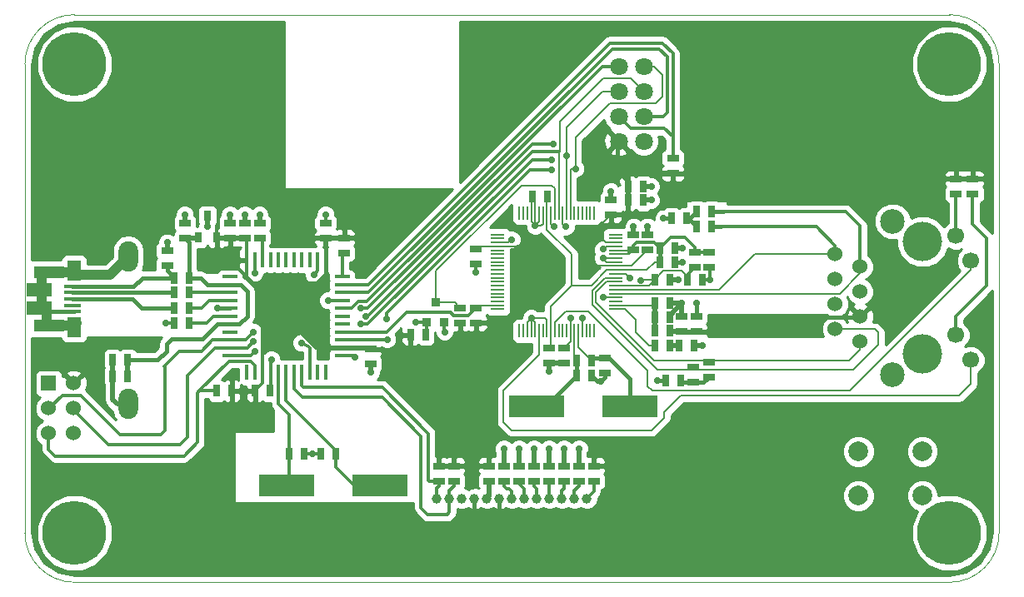
<source format=gtl>
G04 (created by PCBNEW (2013-07-07 BZR 4022)-stable) date 04/07/2014 12:13:18*
%MOIN*%
G04 Gerber Fmt 3.4, Leading zero omitted, Abs format*
%FSLAX34Y34*%
G01*
G70*
G90*
G04 APERTURE LIST*
%ADD10C,0.00590551*%
%ADD11C,0.00393701*%
%ADD12R,0.016X0.06*%
%ADD13R,0.06X0.016*%
%ADD14R,0.036X0.036*%
%ADD15R,0.0315X0.0394*%
%ADD16R,0.025X0.045*%
%ADD17R,0.045X0.025*%
%ADD18C,0.0708661*%
%ADD19R,0.0551181X0.00905512*%
%ADD20R,0.00905512X0.0551181*%
%ADD21R,0.220472X0.0866142*%
%ADD22C,0.15748*%
%ADD23C,0.06*%
%ADD24C,0.0984252*%
%ADD25C,0.0669291*%
%ADD26R,0.0688976X0.015748*%
%ADD27R,0.0574803X0.0787402*%
%ADD28R,0.124016X0.0511811*%
%ADD29R,0.0984252X0.0561024*%
%ADD30R,0.06X0.06*%
%ADD31C,0.0787402*%
%ADD32C,0.0393701*%
%ADD33O,0.0787402X0.122047*%
%ADD34C,0.255906*%
%ADD35C,0.0275591*%
%ADD36C,0.015748*%
%ADD37C,0.00787402*%
%ADD38C,0.011811*%
%ADD39C,0.019685*%
%ADD40C,0.0393701*%
%ADD41C,0.01*%
G04 APERTURE END LIST*
G54D10*
G54D11*
X35531Y-48472D02*
X35531Y-29722D01*
X35531Y-48472D02*
G75*
G03X37518Y-50460I1987J0D01*
G74*
G01*
X72520Y-50460D02*
X37518Y-50460D01*
X72520Y-50460D02*
G75*
G03X74507Y-48472I0J1987D01*
G74*
G01*
X74507Y-29722D02*
X74507Y-48472D01*
X74507Y-29722D02*
G75*
G03X72520Y-27735I-1987J0D01*
G74*
G01*
X37518Y-27735D02*
X72520Y-27735D01*
X37518Y-27735D02*
G75*
G03X35531Y-29722I0J-1987D01*
G74*
G01*
G54D12*
X45984Y-37557D03*
X45669Y-37557D03*
X45354Y-37557D03*
X45039Y-37557D03*
X44724Y-37557D03*
X44409Y-37557D03*
X46299Y-37557D03*
X46614Y-37557D03*
X46929Y-37557D03*
X47244Y-37557D03*
X47559Y-37557D03*
X45984Y-42057D03*
X45669Y-42057D03*
X45354Y-42057D03*
X45039Y-42057D03*
X44724Y-42057D03*
X44409Y-42057D03*
X46299Y-42057D03*
X46614Y-42057D03*
X46929Y-42057D03*
X47244Y-42057D03*
X47559Y-42057D03*
G54D13*
X43734Y-39807D03*
X48234Y-39807D03*
X43734Y-40122D03*
X48234Y-40122D03*
X48234Y-40437D03*
X43734Y-40437D03*
X43734Y-40752D03*
X48234Y-40752D03*
X48234Y-41067D03*
X43734Y-41067D03*
X43734Y-41382D03*
X48234Y-41382D03*
X48234Y-39492D03*
X43734Y-39492D03*
X43734Y-39177D03*
X48234Y-39177D03*
X48234Y-38862D03*
X43734Y-38862D03*
X43734Y-38547D03*
X48234Y-38547D03*
X48234Y-38232D03*
X43734Y-38232D03*
G54D14*
X52318Y-40049D03*
X51618Y-40049D03*
X51968Y-39249D03*
G54D15*
X42834Y-35791D03*
X43209Y-36657D03*
X42459Y-36657D03*
G54D16*
X41511Y-39492D03*
X42111Y-39492D03*
G54D17*
X61456Y-33483D03*
X61456Y-34083D03*
X58300Y-46400D03*
X58300Y-45800D03*
G54D16*
X39050Y-42200D03*
X39650Y-42200D03*
X51559Y-40555D03*
X50959Y-40555D03*
G54D17*
X48307Y-37272D03*
X48307Y-36672D03*
G54D16*
X43203Y-42799D03*
X43803Y-42799D03*
X57613Y-41578D03*
X58213Y-41578D03*
X41511Y-38862D03*
X42111Y-38862D03*
G54D17*
X53582Y-39467D03*
X53582Y-40067D03*
X52952Y-39467D03*
X52952Y-40067D03*
G54D16*
X61323Y-40988D03*
X60723Y-40988D03*
G54D17*
X72780Y-34910D03*
X72780Y-34310D03*
X73450Y-34910D03*
X73450Y-34310D03*
X57100Y-46400D03*
X57100Y-45800D03*
X62401Y-40422D03*
X62401Y-39822D03*
X44921Y-36681D03*
X44921Y-36081D03*
G54D16*
X44739Y-42799D03*
X45339Y-42799D03*
G54D17*
X49370Y-41121D03*
X49370Y-41721D03*
X47559Y-36681D03*
X47559Y-36081D03*
X44330Y-36681D03*
X44330Y-36081D03*
G54D16*
X60723Y-39846D03*
X61323Y-39846D03*
G54D17*
X56500Y-46400D03*
X56500Y-45800D03*
X57700Y-46400D03*
X57700Y-45800D03*
X55900Y-46400D03*
X55900Y-45800D03*
X55300Y-46400D03*
X55300Y-45800D03*
X54700Y-46400D03*
X54700Y-45800D03*
G54D16*
X57613Y-42169D03*
X58213Y-42169D03*
G54D17*
X58720Y-41475D03*
X58720Y-42075D03*
X41929Y-36681D03*
X41929Y-36081D03*
X43740Y-36681D03*
X43740Y-36081D03*
G54D16*
X59660Y-34610D03*
X60260Y-34610D03*
X59660Y-35161D03*
X60260Y-35161D03*
X47977Y-45318D03*
X47377Y-45318D03*
X60723Y-39295D03*
X61323Y-39295D03*
X62022Y-38350D03*
X62622Y-38350D03*
X60723Y-38350D03*
X61323Y-38350D03*
G54D17*
X57086Y-41081D03*
X57086Y-41681D03*
X61811Y-40422D03*
X61811Y-39822D03*
X60433Y-37154D03*
X60433Y-36554D03*
X53582Y-37105D03*
X53582Y-37705D03*
X58976Y-35737D03*
X58976Y-35137D03*
X62913Y-37262D03*
X62913Y-37862D03*
G54D16*
X60920Y-37090D03*
X61520Y-37090D03*
X60920Y-37641D03*
X61520Y-37641D03*
G54D17*
X59881Y-37154D03*
X59881Y-36554D03*
G54D16*
X56441Y-35003D03*
X55841Y-35003D03*
G54D17*
X56496Y-41081D03*
X56496Y-41681D03*
G54D16*
X42111Y-40082D03*
X41511Y-40082D03*
X46117Y-45318D03*
X46717Y-45318D03*
G54D17*
X62322Y-37262D03*
X62322Y-37862D03*
G54D16*
X61323Y-40397D03*
X60723Y-40397D03*
G54D18*
X60286Y-32808D03*
X59286Y-32808D03*
X60286Y-31808D03*
X59286Y-31808D03*
X60286Y-30808D03*
X59286Y-30808D03*
X60286Y-29808D03*
X59286Y-29808D03*
G54D19*
X59173Y-39531D03*
X59173Y-39374D03*
X59173Y-39216D03*
X59173Y-39059D03*
X59173Y-38901D03*
X59173Y-38744D03*
X59173Y-38586D03*
X59173Y-38429D03*
X59173Y-38271D03*
X59173Y-38114D03*
X59173Y-37956D03*
X59173Y-37799D03*
X59173Y-37641D03*
X59173Y-37484D03*
X59173Y-37326D03*
X59173Y-37169D03*
X59173Y-37011D03*
X59173Y-36854D03*
X59173Y-36696D03*
X59173Y-36539D03*
G54D20*
X58307Y-35673D03*
X58149Y-35673D03*
X57992Y-35673D03*
X57834Y-35673D03*
X57677Y-35673D03*
X57519Y-35673D03*
X57362Y-35673D03*
X57204Y-35673D03*
X57047Y-35673D03*
X56889Y-35673D03*
X56732Y-35673D03*
X56574Y-35673D03*
X56417Y-35673D03*
X56259Y-35673D03*
X56102Y-35673D03*
X55944Y-35673D03*
X55787Y-35673D03*
X55629Y-35673D03*
X55472Y-35673D03*
X55314Y-35673D03*
G54D19*
X54448Y-36539D03*
X54448Y-36696D03*
X54448Y-36854D03*
X54448Y-37011D03*
X54448Y-37169D03*
X54448Y-37326D03*
X54448Y-37484D03*
X54448Y-37641D03*
X54448Y-37799D03*
X54448Y-37956D03*
X54448Y-38114D03*
X54448Y-38271D03*
X54448Y-38429D03*
X54448Y-38586D03*
X54448Y-38744D03*
X54448Y-38901D03*
X54448Y-39059D03*
X54448Y-39216D03*
X54448Y-39374D03*
X54448Y-39531D03*
G54D20*
X55314Y-40397D03*
X55472Y-40397D03*
X55629Y-40397D03*
X55787Y-40397D03*
X55944Y-40397D03*
X56102Y-40397D03*
X56259Y-40397D03*
X56417Y-40397D03*
X56574Y-40397D03*
X56732Y-40397D03*
X56889Y-40397D03*
X57047Y-40397D03*
X57204Y-40397D03*
X57362Y-40397D03*
X57519Y-40397D03*
X57677Y-40397D03*
X57834Y-40397D03*
X57992Y-40397D03*
X58149Y-40397D03*
X58307Y-40397D03*
G54D21*
X46003Y-46578D03*
X49744Y-46578D03*
X56003Y-43429D03*
X59744Y-43429D03*
G54D22*
X71449Y-36824D03*
X71449Y-41324D03*
G54D23*
X68949Y-40824D03*
X67949Y-40324D03*
X68949Y-39824D03*
X67949Y-39324D03*
X68949Y-38824D03*
X67949Y-38324D03*
X68949Y-37824D03*
G54D24*
X70248Y-36012D03*
X70248Y-42135D03*
G54D23*
X67949Y-37324D03*
G54D25*
X72779Y-36583D03*
X73378Y-37583D03*
X72779Y-40564D03*
X73378Y-41564D03*
G54D26*
X37422Y-38602D03*
X37422Y-38858D03*
X37422Y-39114D03*
X37422Y-39369D03*
X37422Y-39625D03*
G54D27*
X37503Y-37972D03*
X37503Y-40255D03*
G54D28*
X36497Y-38041D03*
X36497Y-40186D03*
G54D29*
X36113Y-38735D03*
X36113Y-39492D03*
G54D30*
X36479Y-42499D03*
G54D23*
X37479Y-42499D03*
X36479Y-43499D03*
X37479Y-43499D03*
X36479Y-44499D03*
X37479Y-44499D03*
G54D17*
X54100Y-45800D03*
X54100Y-46400D03*
G54D16*
X62307Y-40988D03*
X61707Y-40988D03*
G54D17*
X41220Y-37784D03*
X41220Y-37184D03*
G54D16*
X41511Y-38271D03*
X42111Y-38271D03*
X62416Y-36224D03*
X63016Y-36224D03*
X62416Y-35614D03*
X63016Y-35614D03*
G54D17*
X62283Y-42449D03*
X62283Y-41849D03*
X62893Y-42233D03*
X62893Y-41633D03*
G54D16*
X39050Y-41550D03*
X39650Y-41550D03*
X62012Y-35889D03*
X61412Y-35889D03*
X61776Y-42366D03*
X61176Y-42366D03*
G54D31*
X71437Y-46997D03*
X71437Y-45225D03*
X68878Y-45225D03*
X68878Y-46997D03*
G54D17*
X52700Y-46400D03*
X52700Y-45800D03*
X52100Y-46400D03*
X52100Y-45800D03*
G54D32*
X58019Y-47110D03*
G54D33*
X39665Y-43330D03*
X39665Y-37425D03*
G54D32*
X57519Y-47110D03*
X57019Y-47110D03*
X56519Y-47110D03*
X56019Y-47110D03*
X55519Y-47110D03*
X55019Y-47110D03*
X54519Y-47110D03*
X54019Y-47110D03*
X53519Y-47110D03*
X53019Y-47110D03*
X52519Y-47110D03*
X52019Y-47110D03*
G54D34*
X72519Y-29723D03*
X37519Y-29723D03*
X37519Y-48473D03*
X72519Y-48473D03*
G54D35*
X46600Y-40875D03*
X50007Y-39929D03*
X56614Y-33940D03*
X57559Y-33901D03*
X44724Y-41224D03*
X56614Y-33547D03*
X57204Y-33389D03*
X48976Y-40122D03*
X44685Y-40830D03*
X49173Y-39807D03*
X44685Y-40437D03*
X47657Y-39177D03*
X51181Y-40043D03*
X56653Y-32917D03*
X57165Y-36224D03*
X48976Y-39492D03*
X50027Y-40736D03*
X41220Y-36854D03*
X41181Y-40082D03*
X54700Y-45100D03*
X55300Y-45100D03*
X55900Y-45100D03*
X56500Y-45100D03*
X57100Y-45100D03*
X57700Y-45100D03*
X56496Y-42011D03*
X58562Y-42405D03*
X62401Y-39295D03*
X61830Y-37641D03*
X61082Y-35889D03*
X60846Y-42366D03*
X55000Y-36736D03*
X52322Y-40437D03*
X49370Y-42051D03*
X43228Y-39492D03*
X58661Y-37484D03*
X53582Y-38035D03*
X60590Y-35161D03*
X60590Y-34610D03*
X58976Y-34807D03*
X48740Y-41460D03*
X47047Y-45318D03*
X45393Y-41539D03*
X47559Y-35751D03*
X47086Y-38153D03*
X44921Y-35751D03*
X44330Y-35751D03*
X44724Y-38074D03*
X43740Y-35751D03*
X42834Y-36224D03*
X41929Y-35751D03*
X62952Y-38350D03*
X56692Y-36224D03*
X55944Y-36185D03*
X55787Y-39885D03*
X62637Y-40988D03*
X61811Y-39295D03*
X60433Y-36224D03*
X59881Y-36224D03*
X61850Y-37090D03*
X61653Y-38350D03*
X58661Y-37129D03*
X59724Y-38271D03*
X57834Y-39885D03*
X58661Y-39059D03*
X57362Y-39885D03*
X60157Y-38389D03*
G54D36*
X60920Y-37090D02*
X60920Y-37641D01*
G54D37*
X60920Y-37641D02*
X60723Y-37641D01*
X60408Y-37956D02*
X59173Y-37956D01*
X60408Y-37956D02*
X60723Y-37641D01*
X57401Y-38586D02*
X57401Y-37326D01*
X59173Y-37956D02*
X58818Y-37956D01*
X58188Y-38586D02*
X57401Y-38586D01*
X58818Y-37956D02*
X58188Y-38586D01*
X56417Y-35673D02*
X56417Y-35028D01*
X56417Y-35028D02*
X56441Y-35003D01*
G54D38*
X62913Y-37262D02*
X62322Y-37262D01*
X62322Y-37262D02*
X62322Y-37051D01*
X61353Y-36657D02*
X60920Y-37090D01*
X61929Y-36657D02*
X61353Y-36657D01*
X62322Y-37051D02*
X61929Y-36657D01*
X59881Y-37154D02*
X59881Y-36972D01*
X60920Y-37066D02*
X60920Y-37090D01*
X60708Y-36854D02*
X60920Y-37066D01*
X60669Y-36854D02*
X60708Y-36854D01*
X60000Y-36854D02*
X60669Y-36854D01*
X59881Y-36972D02*
X60000Y-36854D01*
G54D37*
X56574Y-40397D02*
X56574Y-39413D01*
X56574Y-39413D02*
X57401Y-38586D01*
X56417Y-35673D02*
X56417Y-36342D01*
X56417Y-36342D02*
X57401Y-37326D01*
X56574Y-40397D02*
X56574Y-41003D01*
X56574Y-41003D02*
X56496Y-41081D01*
X59173Y-37169D02*
X59866Y-37169D01*
X59866Y-37169D02*
X59881Y-37154D01*
X59173Y-37326D02*
X59709Y-37326D01*
X59709Y-37326D02*
X59881Y-37154D01*
G54D38*
X44409Y-38198D02*
X44370Y-38198D01*
X44370Y-38198D02*
X43976Y-37804D01*
X43209Y-36657D02*
X43209Y-36170D01*
X43209Y-36170D02*
X43228Y-36151D01*
X44409Y-37557D02*
X44409Y-38198D01*
X44409Y-38198D02*
X44409Y-38232D01*
X44409Y-38232D02*
X44645Y-38468D01*
G54D36*
X65309Y-39848D02*
X68924Y-39848D01*
X68924Y-39848D02*
X68949Y-39824D01*
X53582Y-40067D02*
X53582Y-40457D01*
G54D37*
X55236Y-37011D02*
X54448Y-37011D01*
G54D36*
X55468Y-37243D02*
X55236Y-37011D01*
X55468Y-39340D02*
X55468Y-37243D01*
X54236Y-40572D02*
X55468Y-39340D01*
X53697Y-40572D02*
X54236Y-40572D01*
X53582Y-40457D02*
X53697Y-40572D01*
X53519Y-47110D02*
X53519Y-47759D01*
X53519Y-47759D02*
X53520Y-47760D01*
X54519Y-47110D02*
X54519Y-47784D01*
X54519Y-47784D02*
X54522Y-47787D01*
G54D37*
X52700Y-45800D02*
X52700Y-40789D01*
X52952Y-40536D02*
X52952Y-40067D01*
X52700Y-40789D02*
X52952Y-40536D01*
G54D36*
X59248Y-33565D02*
X59248Y-32845D01*
X59248Y-32845D02*
X59286Y-32808D01*
X62401Y-40422D02*
X61811Y-40422D01*
X65492Y-39848D02*
X65309Y-39848D01*
X65309Y-39848D02*
X63541Y-39848D01*
X62967Y-40422D02*
X62401Y-40422D01*
X63541Y-39848D02*
X62967Y-40422D01*
G54D37*
X59173Y-37799D02*
X58425Y-37799D01*
X54448Y-37011D02*
X53676Y-37011D01*
X53676Y-37011D02*
X53582Y-37105D01*
G54D39*
X61456Y-34083D02*
X59355Y-34083D01*
X59660Y-34610D02*
X59660Y-34388D01*
X59248Y-33976D02*
X59248Y-33565D01*
X59248Y-33565D02*
X59248Y-33559D01*
X59660Y-34388D02*
X59355Y-34083D01*
X59355Y-34083D02*
X59248Y-33976D01*
X59660Y-35161D02*
X59660Y-34610D01*
G54D37*
X59173Y-36854D02*
X58779Y-36854D01*
X58661Y-36051D02*
X58976Y-35737D01*
X58661Y-36736D02*
X58661Y-36051D01*
X58779Y-36854D02*
X58661Y-36736D01*
G54D39*
X49424Y-41066D02*
X49342Y-41066D01*
X49342Y-41066D02*
X49342Y-41067D01*
X48234Y-41067D02*
X49342Y-41067D01*
X48234Y-41067D02*
X47244Y-41067D01*
X45984Y-39807D02*
X45078Y-38901D01*
X47244Y-41067D02*
X45984Y-39807D01*
G54D38*
X45039Y-42057D02*
X45039Y-38862D01*
X45039Y-38862D02*
X45078Y-38901D01*
X45039Y-42057D02*
X45039Y-42499D01*
X45039Y-42499D02*
X44739Y-42799D01*
X47559Y-36681D02*
X48297Y-36681D01*
X48297Y-36681D02*
X48307Y-36672D01*
X47559Y-37557D02*
X47559Y-36682D01*
X47559Y-36682D02*
X47559Y-36681D01*
X47559Y-37557D02*
X47559Y-38113D01*
X47559Y-38113D02*
X47204Y-38468D01*
X47204Y-38468D02*
X44645Y-38468D01*
G54D39*
X44645Y-38468D02*
X45078Y-38901D01*
G54D38*
X44409Y-37557D02*
X44409Y-36760D01*
X44409Y-36760D02*
X44330Y-36681D01*
G54D39*
X43740Y-36681D02*
X43234Y-36681D01*
X43234Y-36681D02*
X43209Y-36657D01*
X61811Y-40422D02*
X61348Y-40422D01*
X61348Y-40422D02*
X61323Y-40397D01*
G54D37*
X59173Y-37799D02*
X59788Y-37799D01*
X59788Y-37799D02*
X60433Y-37154D01*
G54D36*
X39650Y-41550D02*
X40850Y-41550D01*
X40850Y-41550D02*
X41200Y-41200D01*
X41200Y-41200D02*
X41200Y-40900D01*
X41200Y-40900D02*
X41400Y-40700D01*
X41400Y-40700D02*
X42650Y-40700D01*
X42650Y-40700D02*
X43227Y-40122D01*
X43227Y-40122D02*
X43734Y-40122D01*
G54D39*
X39650Y-42200D02*
X39650Y-41550D01*
X41929Y-36681D02*
X42435Y-36681D01*
X42435Y-36681D02*
X42459Y-36657D01*
G54D36*
X42111Y-38271D02*
X42111Y-36863D01*
X42111Y-36863D02*
X41929Y-36681D01*
X43734Y-38547D02*
X42834Y-38547D01*
X42834Y-38547D02*
X42559Y-38271D01*
X42559Y-38271D02*
X42111Y-38271D01*
G54D38*
X42435Y-36681D02*
X42459Y-36657D01*
G54D36*
X43734Y-40122D02*
X44115Y-40122D01*
X44154Y-38547D02*
X43734Y-38547D01*
X44430Y-38822D02*
X44154Y-38547D01*
X44430Y-39807D02*
X44430Y-38822D01*
X44115Y-40122D02*
X44430Y-39807D01*
G54D38*
X50001Y-40435D02*
X48236Y-40435D01*
X48236Y-40435D02*
X48234Y-40437D01*
X53282Y-39767D02*
X53582Y-39467D01*
X50001Y-40435D02*
X50787Y-39649D01*
X50787Y-39649D02*
X52559Y-39649D01*
X52559Y-39649D02*
X52677Y-39767D01*
X52677Y-39767D02*
X53282Y-39767D01*
G54D37*
X54448Y-39374D02*
X53676Y-39374D01*
X53676Y-39374D02*
X53582Y-39467D01*
G54D38*
X50000Y-40437D02*
X50001Y-40435D01*
X52519Y-47110D02*
X52519Y-47655D01*
X46299Y-42724D02*
X46299Y-42057D01*
X46625Y-43050D02*
X46299Y-42724D01*
X49825Y-43050D02*
X46625Y-43050D01*
X51375Y-44600D02*
X49825Y-43050D01*
X51375Y-47475D02*
X51375Y-44600D01*
X51650Y-47750D02*
X51375Y-47475D01*
X52425Y-47750D02*
X51650Y-47750D01*
X52519Y-47655D02*
X52425Y-47750D01*
X52700Y-46400D02*
X52700Y-46600D01*
X52700Y-46600D02*
X52519Y-46780D01*
X52519Y-46780D02*
X52519Y-47110D01*
X52100Y-46400D02*
X51700Y-46400D01*
X46614Y-42589D02*
X46614Y-42057D01*
X46675Y-42650D02*
X46614Y-42589D01*
X49825Y-42650D02*
X46675Y-42650D01*
X51675Y-44500D02*
X49825Y-42650D01*
X51675Y-46375D02*
X51675Y-44500D01*
X51700Y-46400D02*
X51675Y-46375D01*
X52100Y-46400D02*
X52100Y-46600D01*
X52100Y-46600D02*
X52019Y-46680D01*
X52019Y-46680D02*
X52019Y-47110D01*
X46879Y-41020D02*
X46595Y-40870D01*
X46929Y-41069D02*
X46879Y-41020D01*
X46929Y-42057D02*
X46929Y-41069D01*
X46595Y-40870D02*
X46600Y-40875D01*
X58300Y-46400D02*
X58300Y-46829D01*
X58300Y-46829D02*
X58019Y-47110D01*
X48234Y-38862D02*
X49269Y-38862D01*
X61070Y-31808D02*
X60286Y-31808D01*
X61220Y-31658D02*
X61070Y-31808D01*
X61220Y-29432D02*
X61220Y-31658D01*
X60894Y-29106D02*
X61220Y-29432D01*
X59026Y-29106D02*
X60894Y-29106D01*
X49269Y-38862D02*
X59026Y-29106D01*
X48234Y-38547D02*
X49254Y-38547D01*
X61456Y-29286D02*
X61456Y-32630D01*
X61040Y-28870D02*
X61456Y-29286D01*
X58932Y-28870D02*
X61040Y-28870D01*
X49254Y-38547D02*
X58932Y-28870D01*
X59286Y-31808D02*
X59297Y-31808D01*
X61456Y-32630D02*
X61456Y-33483D01*
X61117Y-32291D02*
X61456Y-32630D01*
X59780Y-32291D02*
X61117Y-32291D01*
X59297Y-31808D02*
X59780Y-32291D01*
X59286Y-29808D02*
X58626Y-29808D01*
X48589Y-39492D02*
X48234Y-39492D01*
X48862Y-39220D02*
X48589Y-39492D01*
X49214Y-39220D02*
X48862Y-39220D01*
X58626Y-29808D02*
X49214Y-39220D01*
G54D37*
X56614Y-34570D02*
X55393Y-34570D01*
X51968Y-37996D02*
X51968Y-38035D01*
X55393Y-34570D02*
X51968Y-37996D01*
X51968Y-39249D02*
X52734Y-39249D01*
X52734Y-39249D02*
X52952Y-39467D01*
X51968Y-38035D02*
X51968Y-39249D01*
X56732Y-35673D02*
X56732Y-34688D01*
X56732Y-34688D02*
X56614Y-34570D01*
X57559Y-33901D02*
X57559Y-32656D01*
X60706Y-29808D02*
X60286Y-29808D01*
X61040Y-30142D02*
X60706Y-29808D01*
X61040Y-31010D02*
X61040Y-30142D01*
X60760Y-31290D02*
X61040Y-31010D01*
X58926Y-31290D02*
X60760Y-31290D01*
X57559Y-32656D02*
X58926Y-31290D01*
G54D38*
X50007Y-39692D02*
X55748Y-33940D01*
X55748Y-33940D02*
X56614Y-33940D01*
G54D37*
X57362Y-33901D02*
X57559Y-33901D01*
G54D38*
X50007Y-39692D02*
X50007Y-39929D01*
X43734Y-41382D02*
X44566Y-41382D01*
X44566Y-41382D02*
X44724Y-41224D01*
G54D37*
X57362Y-35673D02*
X57362Y-34374D01*
X57362Y-34374D02*
X57362Y-33901D01*
G54D38*
X37479Y-43499D02*
X37479Y-43562D01*
X43149Y-41067D02*
X42047Y-42169D01*
X43149Y-41067D02*
X43734Y-41067D01*
X42047Y-44647D02*
X42047Y-42169D01*
X41740Y-44953D02*
X42047Y-44647D01*
X38870Y-44953D02*
X41740Y-44953D01*
X37479Y-43562D02*
X38870Y-44953D01*
G54D37*
X57204Y-33389D02*
X57204Y-32241D01*
X58638Y-30808D02*
X59286Y-30808D01*
X57204Y-32241D02*
X58638Y-30808D01*
G54D38*
X55354Y-34019D02*
X55826Y-33547D01*
X55826Y-33547D02*
X56614Y-33547D01*
X48976Y-40122D02*
X49251Y-40122D01*
X49251Y-40122D02*
X55354Y-34019D01*
X44448Y-41067D02*
X44685Y-40830D01*
X43734Y-41067D02*
X44448Y-41067D01*
G54D37*
X57204Y-35673D02*
X57204Y-33389D01*
G54D38*
X36479Y-43499D02*
X36502Y-43499D01*
X41131Y-44393D02*
X41131Y-41768D01*
X40963Y-44561D02*
X41131Y-44393D01*
X39339Y-44561D02*
X40963Y-44561D01*
X37757Y-42979D02*
X39339Y-44561D01*
X37022Y-42979D02*
X37757Y-42979D01*
X36502Y-43499D02*
X37022Y-42979D01*
X41100Y-41800D02*
X41131Y-41768D01*
X41131Y-41768D02*
X41700Y-41200D01*
G54D37*
X56889Y-33232D02*
X56889Y-33173D01*
X59775Y-30297D02*
X60286Y-30808D01*
X58656Y-30297D02*
X59775Y-30297D01*
X56929Y-32023D02*
X58656Y-30297D01*
X56929Y-33133D02*
X56929Y-32023D01*
X56889Y-33173D02*
X56929Y-33133D01*
G54D38*
X43047Y-40752D02*
X43734Y-40752D01*
X42600Y-41200D02*
X43047Y-40752D01*
X41700Y-41200D02*
X42600Y-41200D01*
X55433Y-33625D02*
X55826Y-33232D01*
X55826Y-33232D02*
X56889Y-33232D01*
X49370Y-39688D02*
X49251Y-39807D01*
X49251Y-39807D02*
X49173Y-39807D01*
X44369Y-40752D02*
X44685Y-40437D01*
X43734Y-40752D02*
X44369Y-40752D01*
X55433Y-33625D02*
X49370Y-39688D01*
G54D37*
X56889Y-35673D02*
X56889Y-33625D01*
X56889Y-33625D02*
X56889Y-33232D01*
G54D38*
X48234Y-39177D02*
X47657Y-39177D01*
X47657Y-39177D02*
X47657Y-39177D01*
X51618Y-40049D02*
X51618Y-40496D01*
X51618Y-40496D02*
X51559Y-40555D01*
X51187Y-40049D02*
X51618Y-40049D01*
X51181Y-40043D02*
X51187Y-40049D01*
X55826Y-32917D02*
X56653Y-32917D01*
X55433Y-33311D02*
X55826Y-32917D01*
G54D37*
X57047Y-35673D02*
X57047Y-36106D01*
G54D38*
X48976Y-39492D02*
X49251Y-39492D01*
X49251Y-39492D02*
X55433Y-33311D01*
G54D37*
X57047Y-36106D02*
X57165Y-36224D01*
G54D38*
X50027Y-40736D02*
X50011Y-40752D01*
X50011Y-40752D02*
X49684Y-40752D01*
X48234Y-40752D02*
X49684Y-40752D01*
X43734Y-39177D02*
X42913Y-39177D01*
X42598Y-39492D02*
X42111Y-39492D01*
X42913Y-39177D02*
X42598Y-39492D01*
X43734Y-38862D02*
X42111Y-38862D01*
X42111Y-38862D02*
X42111Y-38862D01*
X42440Y-44456D02*
X42440Y-44862D01*
X36479Y-45145D02*
X36479Y-44499D01*
X36742Y-45408D02*
X36479Y-45145D01*
X41894Y-45408D02*
X36742Y-45408D01*
X42440Y-44862D02*
X41894Y-45408D01*
X43203Y-42799D02*
X42519Y-42799D01*
X44724Y-42057D02*
X44724Y-41775D01*
X42440Y-42877D02*
X42440Y-44456D01*
X42440Y-44456D02*
X42440Y-44492D01*
X43700Y-41618D02*
X42519Y-42799D01*
X42519Y-42799D02*
X42440Y-42877D01*
X44566Y-41618D02*
X43700Y-41618D01*
X44724Y-41775D02*
X44566Y-41618D01*
G54D40*
X36400Y-38047D02*
X37474Y-38047D01*
X37474Y-38047D02*
X37592Y-38165D01*
X37592Y-38165D02*
X38925Y-38165D01*
X38925Y-38165D02*
X39665Y-37425D01*
G54D36*
X37512Y-39631D02*
X36336Y-39631D01*
X36336Y-39631D02*
X36203Y-39498D01*
G54D40*
X36400Y-40192D02*
X37474Y-40192D01*
X37474Y-40192D02*
X37592Y-40074D01*
X36203Y-38741D02*
X36203Y-38244D01*
X36203Y-38244D02*
X36281Y-38165D01*
X36203Y-38741D02*
X36203Y-39498D01*
X36203Y-39498D02*
X36400Y-39695D01*
X36400Y-39695D02*
X36400Y-40192D01*
G54D39*
X41220Y-37184D02*
X41220Y-36854D01*
G54D38*
X41511Y-40082D02*
X41181Y-40082D01*
G54D39*
X54100Y-46400D02*
X54100Y-47029D01*
X54100Y-47029D02*
X54019Y-47110D01*
X54700Y-45800D02*
X54700Y-45100D01*
X55300Y-45800D02*
X55300Y-45100D01*
X55900Y-45800D02*
X55900Y-45100D01*
X56500Y-45800D02*
X56500Y-45100D01*
X57100Y-45800D02*
X57100Y-45100D01*
X57700Y-45800D02*
X57700Y-45100D01*
X56496Y-41681D02*
X56496Y-42011D01*
G54D36*
X58562Y-42405D02*
X58449Y-42405D01*
X58720Y-42248D02*
X58562Y-42405D01*
X58720Y-42075D02*
X58720Y-42248D01*
X58449Y-42405D02*
X58213Y-42169D01*
X62401Y-39822D02*
X62401Y-39295D01*
X61520Y-37641D02*
X61830Y-37641D01*
X61412Y-35889D02*
X61082Y-35889D01*
X61176Y-42366D02*
X60846Y-42366D01*
G54D37*
X54448Y-36854D02*
X54881Y-36854D01*
X54881Y-36854D02*
X55000Y-36736D01*
G54D38*
X52318Y-40049D02*
X52318Y-40432D01*
X52318Y-40432D02*
X52322Y-40437D01*
G54D39*
X49370Y-41721D02*
X49370Y-42051D01*
G54D36*
X43734Y-39492D02*
X43228Y-39492D01*
X43228Y-39492D02*
X43228Y-39492D01*
G54D37*
X59173Y-37641D02*
X58818Y-37641D01*
X58661Y-37484D02*
X59173Y-37484D01*
X58818Y-37641D02*
X58661Y-37484D01*
G54D38*
X53582Y-37705D02*
X53582Y-38035D01*
G54D39*
X60260Y-35161D02*
X60590Y-35161D01*
X60260Y-34610D02*
X60590Y-34610D01*
X58976Y-35137D02*
X58976Y-34807D01*
G54D38*
X48234Y-41382D02*
X48661Y-41382D01*
X48661Y-41382D02*
X48740Y-41460D01*
X47377Y-45318D02*
X47047Y-45318D01*
X47047Y-45318D02*
X46717Y-45318D01*
X45354Y-42057D02*
X45354Y-41578D01*
X45354Y-41578D02*
X45393Y-41539D01*
X45354Y-42057D02*
X45354Y-42784D01*
X45354Y-42784D02*
X45339Y-42799D01*
X47559Y-36081D02*
X47559Y-35751D01*
X47244Y-37557D02*
X47244Y-37995D01*
X47244Y-37995D02*
X47086Y-38153D01*
G54D39*
X44921Y-36081D02*
X44921Y-35751D01*
X44330Y-36081D02*
X44330Y-35751D01*
G54D38*
X44724Y-37557D02*
X44724Y-38074D01*
X44724Y-38074D02*
X44724Y-38074D01*
G54D39*
X43740Y-36081D02*
X43740Y-35751D01*
X42834Y-35791D02*
X42834Y-36224D01*
X41929Y-36081D02*
X41929Y-35751D01*
G54D37*
X55944Y-35673D02*
X55944Y-35107D01*
X55944Y-35107D02*
X55841Y-35003D01*
X55841Y-35003D02*
X55787Y-35058D01*
X55787Y-35058D02*
X55787Y-35673D01*
G54D38*
X62952Y-38350D02*
X62952Y-37902D01*
X62622Y-38350D02*
X62952Y-38350D01*
X62952Y-37902D02*
X62913Y-37862D01*
G54D37*
X56574Y-35673D02*
X56574Y-36106D01*
X56574Y-36106D02*
X56692Y-36224D01*
X56259Y-35673D02*
X56259Y-36106D01*
X56181Y-36185D02*
X55944Y-36185D01*
X56259Y-36106D02*
X56181Y-36185D01*
X56417Y-40397D02*
X56417Y-39964D01*
X56338Y-39885D02*
X55787Y-39885D01*
X56417Y-39964D02*
X56338Y-39885D01*
X55629Y-40397D02*
X55629Y-40043D01*
X55629Y-40043D02*
X55787Y-39885D01*
X55944Y-40397D02*
X55944Y-40043D01*
X55787Y-39885D02*
X55787Y-40397D01*
X55944Y-40043D02*
X55787Y-39885D01*
G54D39*
X57086Y-41681D02*
X56496Y-41681D01*
X62307Y-40988D02*
X62637Y-40988D01*
X61323Y-39846D02*
X61323Y-39782D01*
X61323Y-39782D02*
X61811Y-39295D01*
X61811Y-39822D02*
X61811Y-39295D01*
X61811Y-39295D02*
X61323Y-39295D01*
X60433Y-36554D02*
X60433Y-36224D01*
X59881Y-36554D02*
X59881Y-36224D01*
X61520Y-37090D02*
X61850Y-37090D01*
X61323Y-38350D02*
X61653Y-38350D01*
G54D37*
X55787Y-35673D02*
X55787Y-36027D01*
X55787Y-36027D02*
X55944Y-36185D01*
X56102Y-35673D02*
X56102Y-36027D01*
X55944Y-36185D02*
X55944Y-35673D01*
X56102Y-36027D02*
X55944Y-36185D01*
X59173Y-37011D02*
X58779Y-37011D01*
X58779Y-37011D02*
X58661Y-37129D01*
X59173Y-38114D02*
X59566Y-38114D01*
X59566Y-38114D02*
X59724Y-38271D01*
X57834Y-40397D02*
X57834Y-39885D01*
X59173Y-39059D02*
X58661Y-39059D01*
G54D38*
X54700Y-46400D02*
X54700Y-46600D01*
X54700Y-46600D02*
X54800Y-46700D01*
X54800Y-46700D02*
X54900Y-46700D01*
X54900Y-46700D02*
X55019Y-46819D01*
X55019Y-46819D02*
X55019Y-47110D01*
X43734Y-39807D02*
X43070Y-39807D01*
X42795Y-40082D02*
X42111Y-40082D01*
X43070Y-39807D02*
X42795Y-40082D01*
X45984Y-42057D02*
X45984Y-43192D01*
X47977Y-45185D02*
X47977Y-45318D01*
X45984Y-43192D02*
X47977Y-45185D01*
X49744Y-46578D02*
X48700Y-46578D01*
X47977Y-45855D02*
X47977Y-45318D01*
X48700Y-46578D02*
X47977Y-45855D01*
X46117Y-45318D02*
X46117Y-43759D01*
X45669Y-43310D02*
X45669Y-42057D01*
X46117Y-43759D02*
X45669Y-43310D01*
X46117Y-45318D02*
X46117Y-46465D01*
X46117Y-46465D02*
X46003Y-46578D01*
X48234Y-38232D02*
X48234Y-37345D01*
X48234Y-37345D02*
X48307Y-37272D01*
G54D36*
X37422Y-38858D02*
X41506Y-38858D01*
X41506Y-38858D02*
X41511Y-38862D01*
X41509Y-38864D02*
X41511Y-38862D01*
X37514Y-38862D02*
X37512Y-38864D01*
G54D38*
X41491Y-38842D02*
X41511Y-38862D01*
X57100Y-46400D02*
X57100Y-46700D01*
X57100Y-46700D02*
X57019Y-46780D01*
X57019Y-46780D02*
X57019Y-47110D01*
G54D36*
X39834Y-39120D02*
X37428Y-39120D01*
X41511Y-39492D02*
X40206Y-39492D01*
X40206Y-39492D02*
X39834Y-39120D01*
X37428Y-39120D02*
X37422Y-39114D01*
X62012Y-35889D02*
X62081Y-35889D01*
X62081Y-35889D02*
X62416Y-36224D01*
X62012Y-35889D02*
X62140Y-35889D01*
X62140Y-35889D02*
X62416Y-35614D01*
X62283Y-42449D02*
X62677Y-42449D01*
X62677Y-42449D02*
X62893Y-42233D01*
X62283Y-42449D02*
X61859Y-42449D01*
X61859Y-42449D02*
X61776Y-42366D01*
G54D38*
X56500Y-46400D02*
X56500Y-47090D01*
X56500Y-47090D02*
X56519Y-47110D01*
G54D39*
X39050Y-41550D02*
X39050Y-42200D01*
X39665Y-43330D02*
X39230Y-43330D01*
X39050Y-43150D02*
X39050Y-41550D01*
X39230Y-43330D02*
X39050Y-43150D01*
G54D38*
X57700Y-46400D02*
X57700Y-46600D01*
X57519Y-46780D02*
X57519Y-47110D01*
X57700Y-46600D02*
X57519Y-46780D01*
X55900Y-46400D02*
X55900Y-46600D01*
X55900Y-46600D02*
X56019Y-46719D01*
X56019Y-46719D02*
X56019Y-47110D01*
G54D36*
X37422Y-38602D02*
X39879Y-38602D01*
X40221Y-38271D02*
X41511Y-38271D01*
X40221Y-38271D02*
X39885Y-38608D01*
X39879Y-38602D02*
X39885Y-38608D01*
X41220Y-37784D02*
X41220Y-37981D01*
X41220Y-37981D02*
X41511Y-38271D01*
G54D39*
X60723Y-39295D02*
X60723Y-39846D01*
X60723Y-39846D02*
X60723Y-40397D01*
G54D37*
X59173Y-39374D02*
X60644Y-39374D01*
X60644Y-39374D02*
X60723Y-39295D01*
G54D38*
X55300Y-46400D02*
X55300Y-46500D01*
X55300Y-46500D02*
X55519Y-46719D01*
X55519Y-46719D02*
X55519Y-47110D01*
X62022Y-38350D02*
X62022Y-38162D01*
X62022Y-38162D02*
X62322Y-37862D01*
G54D37*
X62022Y-38350D02*
X62022Y-38207D01*
X62022Y-38207D02*
X61811Y-37996D01*
X57362Y-40397D02*
X57362Y-39885D01*
X60196Y-38350D02*
X60723Y-38350D01*
X60157Y-38389D02*
X60196Y-38350D01*
X57362Y-40397D02*
X57362Y-40806D01*
X57362Y-40806D02*
X57086Y-41081D01*
X61811Y-37996D02*
X61077Y-37996D01*
X61077Y-37996D02*
X60723Y-38350D01*
X59173Y-38586D02*
X60487Y-38586D01*
X60487Y-38586D02*
X60723Y-38350D01*
G54D36*
X58720Y-41475D02*
X58912Y-41475D01*
X59744Y-42307D02*
X59744Y-43429D01*
X58912Y-41475D02*
X59744Y-42307D01*
X58720Y-41475D02*
X58316Y-41475D01*
X58316Y-41475D02*
X58213Y-41578D01*
G54D37*
X57677Y-40397D02*
X57677Y-41042D01*
X57677Y-41042D02*
X58213Y-41578D01*
G54D38*
X45039Y-37557D02*
X45039Y-36799D01*
X45039Y-36799D02*
X44921Y-36681D01*
G54D37*
X59173Y-39531D02*
X59527Y-39531D01*
X60511Y-40988D02*
X60723Y-40988D01*
X59960Y-40437D02*
X60511Y-40988D01*
X59960Y-39964D02*
X59960Y-40437D01*
X59527Y-39531D02*
X59960Y-39964D01*
G54D38*
X68949Y-37824D02*
X68949Y-36199D01*
G54D36*
X63484Y-35614D02*
X63016Y-35614D01*
G54D38*
X68363Y-35614D02*
X63484Y-35614D01*
X68949Y-36199D02*
X68363Y-35614D01*
G54D37*
X68949Y-37824D02*
X68949Y-38088D01*
X64592Y-38898D02*
X64592Y-38901D01*
X64595Y-38901D02*
X64592Y-38898D01*
X68135Y-38901D02*
X64595Y-38901D01*
X68949Y-38088D02*
X68135Y-38901D01*
X59173Y-38901D02*
X64592Y-38901D01*
X64592Y-38901D02*
X64645Y-38901D01*
X67949Y-37324D02*
X64727Y-37324D01*
X63307Y-38744D02*
X64492Y-37559D01*
X63307Y-38744D02*
X59173Y-38744D01*
X64727Y-37324D02*
X64492Y-37559D01*
G54D38*
X67949Y-37324D02*
X67949Y-36969D01*
G54D36*
X63368Y-36224D02*
X63016Y-36224D01*
G54D38*
X67203Y-36224D02*
X63368Y-36224D01*
X67949Y-36969D02*
X67203Y-36224D01*
G54D37*
X67949Y-40324D02*
X69548Y-40324D01*
X65078Y-41933D02*
X62677Y-41933D01*
X68681Y-41933D02*
X65078Y-41933D01*
X69677Y-40936D02*
X68681Y-41933D01*
X69677Y-40453D02*
X69677Y-40936D01*
X69548Y-40324D02*
X69677Y-40453D01*
X62677Y-41933D02*
X62366Y-41933D01*
X62366Y-41933D02*
X62283Y-41849D01*
X59173Y-38271D02*
X58740Y-38271D01*
X60826Y-41933D02*
X62677Y-41933D01*
X58228Y-39334D02*
X60826Y-41933D01*
X58228Y-38783D02*
X58228Y-39334D01*
X58740Y-38271D02*
X58228Y-38783D01*
X73378Y-41564D02*
X73378Y-42532D01*
X63976Y-42996D02*
X69015Y-42996D01*
X56102Y-41362D02*
X54685Y-42779D01*
X54685Y-42779D02*
X54685Y-44059D01*
X54685Y-44059D02*
X55000Y-44374D01*
X55000Y-44374D02*
X60610Y-44374D01*
X56102Y-41362D02*
X56102Y-40397D01*
X61771Y-42996D02*
X61102Y-43665D01*
X61102Y-43665D02*
X61102Y-43881D01*
X61102Y-43881D02*
X60610Y-44374D01*
X63976Y-42996D02*
X61771Y-42996D01*
X72914Y-42996D02*
X69015Y-42996D01*
X73378Y-42532D02*
X72914Y-42996D01*
G54D38*
X72779Y-36583D02*
X72779Y-34911D01*
X72779Y-34911D02*
X72780Y-34910D01*
G54D36*
X72780Y-34910D02*
X72772Y-34918D01*
G54D39*
X61323Y-40988D02*
X61707Y-40988D01*
G54D37*
X73378Y-37583D02*
X73378Y-37942D01*
X61397Y-42799D02*
X60649Y-42799D01*
X60452Y-42602D02*
X60452Y-41992D01*
X60649Y-42799D02*
X60452Y-42602D01*
X56732Y-40043D02*
X56732Y-40397D01*
X58070Y-39610D02*
X60452Y-41992D01*
X57165Y-39610D02*
X58070Y-39610D01*
X56732Y-40043D02*
X57165Y-39610D01*
X61397Y-42799D02*
X68110Y-42799D01*
X68521Y-42799D02*
X68110Y-42799D01*
X73378Y-37942D02*
X68521Y-42799D01*
X73378Y-37583D02*
X73325Y-37583D01*
G54D38*
X73450Y-36130D02*
X73450Y-34910D01*
X74000Y-36680D02*
X73450Y-36130D01*
X74000Y-38590D02*
X74000Y-36680D01*
X72779Y-39810D02*
X74000Y-38590D01*
X72779Y-40564D02*
X72779Y-39810D01*
X73450Y-34910D02*
X73450Y-35370D01*
G54D37*
X68949Y-40824D02*
X68949Y-41147D01*
X64761Y-41578D02*
X63287Y-41578D01*
X68517Y-41578D02*
X64761Y-41578D01*
X68949Y-41147D02*
X68517Y-41578D01*
X63287Y-41578D02*
X62948Y-41578D01*
X62948Y-41578D02*
X62893Y-41633D01*
X59173Y-38429D02*
X58818Y-38429D01*
X60708Y-41578D02*
X63287Y-41578D01*
X58385Y-39255D02*
X60708Y-41578D01*
X58385Y-38862D02*
X58385Y-39255D01*
X58818Y-38429D02*
X58385Y-38862D01*
G54D36*
X57613Y-41578D02*
X57613Y-42169D01*
X57613Y-42169D02*
X56353Y-43429D01*
X56353Y-43429D02*
X56003Y-43429D01*
G54D37*
X57519Y-40397D02*
X57519Y-41485D01*
X57519Y-41485D02*
X57613Y-41578D01*
G54D10*
G36*
X44394Y-37614D02*
X44369Y-37614D01*
X44369Y-37607D01*
X44141Y-37607D01*
X44079Y-37669D01*
X44079Y-37807D01*
X44079Y-37902D01*
X43984Y-37902D01*
X43690Y-37902D01*
X43690Y-36994D01*
X43690Y-36731D01*
X43579Y-36731D01*
X43554Y-36707D01*
X43259Y-36707D01*
X43259Y-37041D01*
X43322Y-37104D01*
X43416Y-37104D01*
X43508Y-37066D01*
X43518Y-37056D01*
X43564Y-37056D01*
X43627Y-37056D01*
X43690Y-36994D01*
X43690Y-37902D01*
X43384Y-37902D01*
X43292Y-37940D01*
X43222Y-38010D01*
X43200Y-38064D01*
X42816Y-38064D01*
X42791Y-38039D01*
X42684Y-37967D01*
X42559Y-37942D01*
X42463Y-37942D01*
X42448Y-37905D01*
X42439Y-37896D01*
X42439Y-37104D01*
X42666Y-37104D01*
X42758Y-37066D01*
X42828Y-36996D01*
X42834Y-36982D01*
X42840Y-36996D01*
X42910Y-37066D01*
X43002Y-37104D01*
X43097Y-37104D01*
X43159Y-37041D01*
X43159Y-36707D01*
X43151Y-36707D01*
X43151Y-36607D01*
X43159Y-36607D01*
X43159Y-36599D01*
X43259Y-36599D01*
X43259Y-36607D01*
X43303Y-36607D01*
X43327Y-36631D01*
X43690Y-36631D01*
X43690Y-36624D01*
X43790Y-36624D01*
X43790Y-36631D01*
X43918Y-36631D01*
X44152Y-36631D01*
X44280Y-36631D01*
X44280Y-36624D01*
X44380Y-36624D01*
X44380Y-36631D01*
X44388Y-36631D01*
X44388Y-36731D01*
X44380Y-36731D01*
X44380Y-36739D01*
X44280Y-36739D01*
X44280Y-36731D01*
X44152Y-36731D01*
X43918Y-36731D01*
X43790Y-36731D01*
X43790Y-36994D01*
X43852Y-37056D01*
X43915Y-37056D01*
X44015Y-37056D01*
X44035Y-37048D01*
X44055Y-37056D01*
X44155Y-37056D01*
X44175Y-37056D01*
X44117Y-37115D01*
X44079Y-37207D01*
X44079Y-37306D01*
X44079Y-37444D01*
X44141Y-37507D01*
X44369Y-37507D01*
X44369Y-37499D01*
X44394Y-37499D01*
X44394Y-37614D01*
X44394Y-37614D01*
G37*
G54D41*
X44394Y-37614D02*
X44369Y-37614D01*
X44369Y-37607D01*
X44141Y-37607D01*
X44079Y-37669D01*
X44079Y-37807D01*
X44079Y-37902D01*
X43984Y-37902D01*
X43690Y-37902D01*
X43690Y-36994D01*
X43690Y-36731D01*
X43579Y-36731D01*
X43554Y-36707D01*
X43259Y-36707D01*
X43259Y-37041D01*
X43322Y-37104D01*
X43416Y-37104D01*
X43508Y-37066D01*
X43518Y-37056D01*
X43564Y-37056D01*
X43627Y-37056D01*
X43690Y-36994D01*
X43690Y-37902D01*
X43384Y-37902D01*
X43292Y-37940D01*
X43222Y-38010D01*
X43200Y-38064D01*
X42816Y-38064D01*
X42791Y-38039D01*
X42684Y-37967D01*
X42559Y-37942D01*
X42463Y-37942D01*
X42448Y-37905D01*
X42439Y-37896D01*
X42439Y-37104D01*
X42666Y-37104D01*
X42758Y-37066D01*
X42828Y-36996D01*
X42834Y-36982D01*
X42840Y-36996D01*
X42910Y-37066D01*
X43002Y-37104D01*
X43097Y-37104D01*
X43159Y-37041D01*
X43159Y-36707D01*
X43151Y-36707D01*
X43151Y-36607D01*
X43159Y-36607D01*
X43159Y-36599D01*
X43259Y-36599D01*
X43259Y-36607D01*
X43303Y-36607D01*
X43327Y-36631D01*
X43690Y-36631D01*
X43690Y-36624D01*
X43790Y-36624D01*
X43790Y-36631D01*
X43918Y-36631D01*
X44152Y-36631D01*
X44280Y-36631D01*
X44280Y-36624D01*
X44380Y-36624D01*
X44380Y-36631D01*
X44388Y-36631D01*
X44388Y-36731D01*
X44380Y-36731D01*
X44380Y-36739D01*
X44280Y-36739D01*
X44280Y-36731D01*
X44152Y-36731D01*
X43918Y-36731D01*
X43790Y-36731D01*
X43790Y-36994D01*
X43852Y-37056D01*
X43915Y-37056D01*
X44015Y-37056D01*
X44035Y-37048D01*
X44055Y-37056D01*
X44155Y-37056D01*
X44175Y-37056D01*
X44117Y-37115D01*
X44079Y-37207D01*
X44079Y-37306D01*
X44079Y-37444D01*
X44141Y-37507D01*
X44369Y-37507D01*
X44369Y-37499D01*
X44394Y-37499D01*
X44394Y-37614D01*
G54D10*
G36*
X52638Y-34726D02*
X49126Y-38238D01*
X48784Y-38238D01*
X48784Y-38102D01*
X48746Y-38010D01*
X48676Y-37940D01*
X48584Y-37902D01*
X48543Y-37902D01*
X48543Y-37647D01*
X48581Y-37647D01*
X48673Y-37609D01*
X48743Y-37539D01*
X48782Y-37447D01*
X48782Y-37347D01*
X48782Y-37097D01*
X48744Y-37006D01*
X48710Y-36972D01*
X48744Y-36938D01*
X48782Y-36846D01*
X48782Y-36497D01*
X48744Y-36406D01*
X48673Y-36335D01*
X48582Y-36297D01*
X48482Y-36297D01*
X48419Y-36297D01*
X48357Y-36359D01*
X48357Y-36622D01*
X48719Y-36622D01*
X48782Y-36559D01*
X48782Y-36497D01*
X48782Y-36846D01*
X48782Y-36784D01*
X48719Y-36722D01*
X48357Y-36722D01*
X48357Y-36730D01*
X48257Y-36730D01*
X48257Y-36722D01*
X48257Y-36622D01*
X48257Y-36359D01*
X48194Y-36297D01*
X48131Y-36297D01*
X48032Y-36297D01*
X48014Y-36305D01*
X48034Y-36256D01*
X48034Y-36157D01*
X48034Y-35907D01*
X47996Y-35815D01*
X47946Y-35766D01*
X47946Y-35675D01*
X47888Y-35532D01*
X47779Y-35423D01*
X47636Y-35364D01*
X47482Y-35364D01*
X47339Y-35423D01*
X47230Y-35532D01*
X47171Y-35674D01*
X47171Y-35766D01*
X47122Y-35815D01*
X47084Y-35906D01*
X47084Y-36006D01*
X47084Y-36256D01*
X47121Y-36348D01*
X47155Y-36381D01*
X47121Y-36415D01*
X47084Y-36507D01*
X47084Y-36569D01*
X47146Y-36631D01*
X47509Y-36631D01*
X47509Y-36624D01*
X47609Y-36624D01*
X47609Y-36631D01*
X47971Y-36631D01*
X47981Y-36622D01*
X48257Y-36622D01*
X48257Y-36722D01*
X47894Y-36722D01*
X47885Y-36731D01*
X47609Y-36731D01*
X47609Y-36994D01*
X47641Y-37027D01*
X47599Y-37069D01*
X47599Y-37507D01*
X47617Y-37507D01*
X47617Y-37607D01*
X47599Y-37607D01*
X47599Y-38044D01*
X47661Y-38107D01*
X47684Y-38107D01*
X47684Y-38201D01*
X47684Y-38361D01*
X47695Y-38389D01*
X47684Y-38417D01*
X47684Y-38516D01*
X47684Y-38676D01*
X47695Y-38704D01*
X47684Y-38732D01*
X47684Y-38789D01*
X47580Y-38789D01*
X47438Y-38848D01*
X47328Y-38957D01*
X47269Y-39099D01*
X47269Y-39253D01*
X47328Y-39396D01*
X47437Y-39505D01*
X47580Y-39564D01*
X47684Y-39564D01*
X47684Y-39621D01*
X47695Y-39649D01*
X47684Y-39677D01*
X47684Y-39776D01*
X47684Y-39936D01*
X47695Y-39964D01*
X47684Y-39992D01*
X47684Y-40091D01*
X47684Y-40251D01*
X47695Y-40279D01*
X47684Y-40307D01*
X47684Y-40406D01*
X47684Y-40566D01*
X47695Y-40594D01*
X47684Y-40622D01*
X47684Y-40721D01*
X47684Y-40881D01*
X47695Y-40909D01*
X47684Y-40937D01*
X47684Y-40964D01*
X47746Y-41027D01*
X47775Y-41027D01*
X47792Y-41043D01*
X47848Y-41067D01*
X47792Y-41090D01*
X47775Y-41107D01*
X47746Y-41107D01*
X47684Y-41169D01*
X47684Y-41197D01*
X47695Y-41224D01*
X47684Y-41252D01*
X47684Y-41351D01*
X47684Y-41507D01*
X47589Y-41507D01*
X47429Y-41507D01*
X47401Y-41518D01*
X47374Y-41507D01*
X47274Y-41507D01*
X47238Y-41507D01*
X47238Y-41069D01*
X47214Y-40951D01*
X47214Y-40951D01*
X47147Y-40850D01*
X47147Y-40850D01*
X47098Y-40801D01*
X47058Y-40775D01*
X47023Y-40746D01*
X46950Y-40708D01*
X46928Y-40655D01*
X46819Y-40546D01*
X46677Y-40487D01*
X46523Y-40487D01*
X46380Y-40546D01*
X46271Y-40655D01*
X46212Y-40797D01*
X46212Y-40951D01*
X46271Y-41094D01*
X46380Y-41203D01*
X46522Y-41262D01*
X46620Y-41262D01*
X46620Y-41507D01*
X46484Y-41507D01*
X46456Y-41518D01*
X46429Y-41507D01*
X46329Y-41507D01*
X46169Y-41507D01*
X46141Y-41518D01*
X46114Y-41507D01*
X46014Y-41507D01*
X45854Y-41507D01*
X45826Y-41518D01*
X45799Y-41507D01*
X45781Y-41507D01*
X45781Y-41462D01*
X45722Y-41319D01*
X45613Y-41210D01*
X45471Y-41151D01*
X45316Y-41151D01*
X45174Y-41210D01*
X45112Y-41272D01*
X45112Y-41147D01*
X45053Y-41005D01*
X45038Y-40990D01*
X45072Y-40908D01*
X45072Y-40753D01*
X45023Y-40633D01*
X45072Y-40514D01*
X45072Y-40360D01*
X45013Y-40217D01*
X44904Y-40108D01*
X44762Y-40049D01*
X44653Y-40049D01*
X44663Y-40039D01*
X44734Y-39932D01*
X44734Y-39932D01*
X44759Y-39807D01*
X44759Y-38822D01*
X44734Y-38697D01*
X44734Y-38697D01*
X44663Y-38590D01*
X44387Y-38314D01*
X44284Y-38245D01*
X44284Y-38245D01*
X44284Y-38107D01*
X44306Y-38107D01*
X44336Y-38077D01*
X44336Y-38151D01*
X44395Y-38294D01*
X44504Y-38403D01*
X44646Y-38462D01*
X44801Y-38462D01*
X44943Y-38403D01*
X45052Y-38294D01*
X45112Y-38152D01*
X45112Y-38107D01*
X45168Y-38107D01*
X45196Y-38095D01*
X45224Y-38107D01*
X45323Y-38107D01*
X45483Y-38107D01*
X45511Y-38095D01*
X45539Y-38107D01*
X45638Y-38107D01*
X45798Y-38107D01*
X45826Y-38095D01*
X45854Y-38107D01*
X45953Y-38107D01*
X46113Y-38107D01*
X46141Y-38095D01*
X46169Y-38107D01*
X46268Y-38107D01*
X46428Y-38107D01*
X46456Y-38095D01*
X46484Y-38107D01*
X46583Y-38107D01*
X46698Y-38107D01*
X46698Y-38230D01*
X46757Y-38372D01*
X46866Y-38482D01*
X47009Y-38541D01*
X47163Y-38541D01*
X47305Y-38482D01*
X47415Y-38373D01*
X47474Y-38231D01*
X47474Y-38197D01*
X47529Y-38114D01*
X47529Y-38114D01*
X47553Y-37995D01*
X47553Y-37957D01*
X47574Y-37907D01*
X47574Y-37807D01*
X47574Y-37207D01*
X47536Y-37115D01*
X47519Y-37098D01*
X47519Y-37069D01*
X47476Y-37026D01*
X47509Y-36994D01*
X47509Y-36731D01*
X47146Y-36731D01*
X47084Y-36794D01*
X47084Y-36856D01*
X47121Y-36948D01*
X47180Y-37007D01*
X47114Y-37007D01*
X47086Y-37018D01*
X47059Y-37007D01*
X46959Y-37007D01*
X46799Y-37007D01*
X46771Y-37018D01*
X46744Y-37007D01*
X46644Y-37007D01*
X46484Y-37007D01*
X46456Y-37018D01*
X46429Y-37007D01*
X46329Y-37007D01*
X46169Y-37007D01*
X46141Y-37018D01*
X46114Y-37007D01*
X46014Y-37007D01*
X45854Y-37007D01*
X45826Y-37018D01*
X45799Y-37007D01*
X45699Y-37007D01*
X45539Y-37007D01*
X45511Y-37018D01*
X45484Y-37007D01*
X45384Y-37007D01*
X45348Y-37007D01*
X45348Y-36958D01*
X45358Y-36948D01*
X45396Y-36856D01*
X45396Y-36757D01*
X45396Y-36507D01*
X45358Y-36415D01*
X45324Y-36381D01*
X45358Y-36348D01*
X45396Y-36256D01*
X45396Y-36157D01*
X45396Y-35907D01*
X45358Y-35815D01*
X45309Y-35766D01*
X45309Y-35675D01*
X45250Y-35532D01*
X45141Y-35423D01*
X44998Y-35364D01*
X44844Y-35364D01*
X44701Y-35423D01*
X44625Y-35498D01*
X44550Y-35423D01*
X44408Y-35364D01*
X44253Y-35364D01*
X44111Y-35423D01*
X44035Y-35498D01*
X43960Y-35423D01*
X43817Y-35364D01*
X43663Y-35364D01*
X43520Y-35423D01*
X43411Y-35532D01*
X43352Y-35674D01*
X43352Y-35766D01*
X43303Y-35815D01*
X43265Y-35906D01*
X43265Y-36006D01*
X43265Y-36256D01*
X43268Y-36264D01*
X43259Y-36272D01*
X43259Y-36210D01*
X43222Y-36210D01*
X43222Y-36147D01*
X43209Y-36116D01*
X43242Y-36038D01*
X43242Y-35938D01*
X43242Y-35544D01*
X43204Y-35452D01*
X43133Y-35382D01*
X43042Y-35344D01*
X42942Y-35344D01*
X42627Y-35344D01*
X42535Y-35382D01*
X42465Y-35452D01*
X42427Y-35544D01*
X42427Y-35643D01*
X42427Y-36037D01*
X42459Y-36116D01*
X42446Y-36146D01*
X42446Y-36210D01*
X42404Y-36210D01*
X42404Y-36157D01*
X42404Y-35907D01*
X42366Y-35815D01*
X42316Y-35766D01*
X42316Y-35675D01*
X42258Y-35532D01*
X42149Y-35423D01*
X42006Y-35364D01*
X41852Y-35364D01*
X41709Y-35423D01*
X41600Y-35532D01*
X41541Y-35674D01*
X41541Y-35766D01*
X41492Y-35815D01*
X41454Y-35906D01*
X41454Y-36006D01*
X41454Y-36256D01*
X41492Y-36348D01*
X41525Y-36381D01*
X41492Y-36415D01*
X41454Y-36506D01*
X41454Y-36539D01*
X41440Y-36525D01*
X41297Y-36466D01*
X41143Y-36466D01*
X41001Y-36525D01*
X40891Y-36634D01*
X40832Y-36776D01*
X40832Y-36868D01*
X40783Y-36917D01*
X40745Y-37009D01*
X40745Y-37108D01*
X40745Y-37358D01*
X40783Y-37450D01*
X40816Y-37484D01*
X40783Y-37517D01*
X40745Y-37609D01*
X40745Y-37708D01*
X40745Y-37942D01*
X40234Y-37942D01*
X40260Y-37904D01*
X40309Y-37658D01*
X40309Y-37191D01*
X40260Y-36945D01*
X40120Y-36736D01*
X39911Y-36597D01*
X39665Y-36548D01*
X39419Y-36597D01*
X39210Y-36736D01*
X39070Y-36945D01*
X39049Y-37051D01*
X39049Y-29420D01*
X38817Y-28858D01*
X38387Y-28427D01*
X37825Y-28194D01*
X37216Y-28193D01*
X36654Y-28426D01*
X36223Y-28855D01*
X35990Y-29417D01*
X35989Y-30026D01*
X36222Y-30588D01*
X36652Y-31019D01*
X37214Y-31252D01*
X37822Y-31253D01*
X38384Y-31020D01*
X38815Y-30590D01*
X39048Y-30029D01*
X39049Y-29420D01*
X39049Y-37051D01*
X39021Y-37191D01*
X39021Y-37436D01*
X38740Y-37718D01*
X38040Y-37718D01*
X38040Y-37529D01*
X38002Y-37437D01*
X37932Y-37366D01*
X37840Y-37328D01*
X37741Y-37328D01*
X37166Y-37328D01*
X37074Y-37366D01*
X37004Y-37436D01*
X36966Y-37528D01*
X36966Y-37535D01*
X35827Y-37535D01*
X35801Y-37546D01*
X35801Y-29749D01*
X35935Y-29068D01*
X36309Y-28510D01*
X36861Y-28140D01*
X37548Y-28004D01*
X45892Y-28004D01*
X45894Y-34729D01*
X52638Y-34726D01*
X52638Y-34726D01*
G37*
G54D41*
X52638Y-34726D02*
X49126Y-38238D01*
X48784Y-38238D01*
X48784Y-38102D01*
X48746Y-38010D01*
X48676Y-37940D01*
X48584Y-37902D01*
X48543Y-37902D01*
X48543Y-37647D01*
X48581Y-37647D01*
X48673Y-37609D01*
X48743Y-37539D01*
X48782Y-37447D01*
X48782Y-37347D01*
X48782Y-37097D01*
X48744Y-37006D01*
X48710Y-36972D01*
X48744Y-36938D01*
X48782Y-36846D01*
X48782Y-36497D01*
X48744Y-36406D01*
X48673Y-36335D01*
X48582Y-36297D01*
X48482Y-36297D01*
X48419Y-36297D01*
X48357Y-36359D01*
X48357Y-36622D01*
X48719Y-36622D01*
X48782Y-36559D01*
X48782Y-36497D01*
X48782Y-36846D01*
X48782Y-36784D01*
X48719Y-36722D01*
X48357Y-36722D01*
X48357Y-36730D01*
X48257Y-36730D01*
X48257Y-36722D01*
X48257Y-36622D01*
X48257Y-36359D01*
X48194Y-36297D01*
X48131Y-36297D01*
X48032Y-36297D01*
X48014Y-36305D01*
X48034Y-36256D01*
X48034Y-36157D01*
X48034Y-35907D01*
X47996Y-35815D01*
X47946Y-35766D01*
X47946Y-35675D01*
X47888Y-35532D01*
X47779Y-35423D01*
X47636Y-35364D01*
X47482Y-35364D01*
X47339Y-35423D01*
X47230Y-35532D01*
X47171Y-35674D01*
X47171Y-35766D01*
X47122Y-35815D01*
X47084Y-35906D01*
X47084Y-36006D01*
X47084Y-36256D01*
X47121Y-36348D01*
X47155Y-36381D01*
X47121Y-36415D01*
X47084Y-36507D01*
X47084Y-36569D01*
X47146Y-36631D01*
X47509Y-36631D01*
X47509Y-36624D01*
X47609Y-36624D01*
X47609Y-36631D01*
X47971Y-36631D01*
X47981Y-36622D01*
X48257Y-36622D01*
X48257Y-36722D01*
X47894Y-36722D01*
X47885Y-36731D01*
X47609Y-36731D01*
X47609Y-36994D01*
X47641Y-37027D01*
X47599Y-37069D01*
X47599Y-37507D01*
X47617Y-37507D01*
X47617Y-37607D01*
X47599Y-37607D01*
X47599Y-38044D01*
X47661Y-38107D01*
X47684Y-38107D01*
X47684Y-38201D01*
X47684Y-38361D01*
X47695Y-38389D01*
X47684Y-38417D01*
X47684Y-38516D01*
X47684Y-38676D01*
X47695Y-38704D01*
X47684Y-38732D01*
X47684Y-38789D01*
X47580Y-38789D01*
X47438Y-38848D01*
X47328Y-38957D01*
X47269Y-39099D01*
X47269Y-39253D01*
X47328Y-39396D01*
X47437Y-39505D01*
X47580Y-39564D01*
X47684Y-39564D01*
X47684Y-39621D01*
X47695Y-39649D01*
X47684Y-39677D01*
X47684Y-39776D01*
X47684Y-39936D01*
X47695Y-39964D01*
X47684Y-39992D01*
X47684Y-40091D01*
X47684Y-40251D01*
X47695Y-40279D01*
X47684Y-40307D01*
X47684Y-40406D01*
X47684Y-40566D01*
X47695Y-40594D01*
X47684Y-40622D01*
X47684Y-40721D01*
X47684Y-40881D01*
X47695Y-40909D01*
X47684Y-40937D01*
X47684Y-40964D01*
X47746Y-41027D01*
X47775Y-41027D01*
X47792Y-41043D01*
X47848Y-41067D01*
X47792Y-41090D01*
X47775Y-41107D01*
X47746Y-41107D01*
X47684Y-41169D01*
X47684Y-41197D01*
X47695Y-41224D01*
X47684Y-41252D01*
X47684Y-41351D01*
X47684Y-41507D01*
X47589Y-41507D01*
X47429Y-41507D01*
X47401Y-41518D01*
X47374Y-41507D01*
X47274Y-41507D01*
X47238Y-41507D01*
X47238Y-41069D01*
X47214Y-40951D01*
X47214Y-40951D01*
X47147Y-40850D01*
X47147Y-40850D01*
X47098Y-40801D01*
X47058Y-40775D01*
X47023Y-40746D01*
X46950Y-40708D01*
X46928Y-40655D01*
X46819Y-40546D01*
X46677Y-40487D01*
X46523Y-40487D01*
X46380Y-40546D01*
X46271Y-40655D01*
X46212Y-40797D01*
X46212Y-40951D01*
X46271Y-41094D01*
X46380Y-41203D01*
X46522Y-41262D01*
X46620Y-41262D01*
X46620Y-41507D01*
X46484Y-41507D01*
X46456Y-41518D01*
X46429Y-41507D01*
X46329Y-41507D01*
X46169Y-41507D01*
X46141Y-41518D01*
X46114Y-41507D01*
X46014Y-41507D01*
X45854Y-41507D01*
X45826Y-41518D01*
X45799Y-41507D01*
X45781Y-41507D01*
X45781Y-41462D01*
X45722Y-41319D01*
X45613Y-41210D01*
X45471Y-41151D01*
X45316Y-41151D01*
X45174Y-41210D01*
X45112Y-41272D01*
X45112Y-41147D01*
X45053Y-41005D01*
X45038Y-40990D01*
X45072Y-40908D01*
X45072Y-40753D01*
X45023Y-40633D01*
X45072Y-40514D01*
X45072Y-40360D01*
X45013Y-40217D01*
X44904Y-40108D01*
X44762Y-40049D01*
X44653Y-40049D01*
X44663Y-40039D01*
X44734Y-39932D01*
X44734Y-39932D01*
X44759Y-39807D01*
X44759Y-38822D01*
X44734Y-38697D01*
X44734Y-38697D01*
X44663Y-38590D01*
X44387Y-38314D01*
X44284Y-38245D01*
X44284Y-38245D01*
X44284Y-38107D01*
X44306Y-38107D01*
X44336Y-38077D01*
X44336Y-38151D01*
X44395Y-38294D01*
X44504Y-38403D01*
X44646Y-38462D01*
X44801Y-38462D01*
X44943Y-38403D01*
X45052Y-38294D01*
X45112Y-38152D01*
X45112Y-38107D01*
X45168Y-38107D01*
X45196Y-38095D01*
X45224Y-38107D01*
X45323Y-38107D01*
X45483Y-38107D01*
X45511Y-38095D01*
X45539Y-38107D01*
X45638Y-38107D01*
X45798Y-38107D01*
X45826Y-38095D01*
X45854Y-38107D01*
X45953Y-38107D01*
X46113Y-38107D01*
X46141Y-38095D01*
X46169Y-38107D01*
X46268Y-38107D01*
X46428Y-38107D01*
X46456Y-38095D01*
X46484Y-38107D01*
X46583Y-38107D01*
X46698Y-38107D01*
X46698Y-38230D01*
X46757Y-38372D01*
X46866Y-38482D01*
X47009Y-38541D01*
X47163Y-38541D01*
X47305Y-38482D01*
X47415Y-38373D01*
X47474Y-38231D01*
X47474Y-38197D01*
X47529Y-38114D01*
X47529Y-38114D01*
X47553Y-37995D01*
X47553Y-37957D01*
X47574Y-37907D01*
X47574Y-37807D01*
X47574Y-37207D01*
X47536Y-37115D01*
X47519Y-37098D01*
X47519Y-37069D01*
X47476Y-37026D01*
X47509Y-36994D01*
X47509Y-36731D01*
X47146Y-36731D01*
X47084Y-36794D01*
X47084Y-36856D01*
X47121Y-36948D01*
X47180Y-37007D01*
X47114Y-37007D01*
X47086Y-37018D01*
X47059Y-37007D01*
X46959Y-37007D01*
X46799Y-37007D01*
X46771Y-37018D01*
X46744Y-37007D01*
X46644Y-37007D01*
X46484Y-37007D01*
X46456Y-37018D01*
X46429Y-37007D01*
X46329Y-37007D01*
X46169Y-37007D01*
X46141Y-37018D01*
X46114Y-37007D01*
X46014Y-37007D01*
X45854Y-37007D01*
X45826Y-37018D01*
X45799Y-37007D01*
X45699Y-37007D01*
X45539Y-37007D01*
X45511Y-37018D01*
X45484Y-37007D01*
X45384Y-37007D01*
X45348Y-37007D01*
X45348Y-36958D01*
X45358Y-36948D01*
X45396Y-36856D01*
X45396Y-36757D01*
X45396Y-36507D01*
X45358Y-36415D01*
X45324Y-36381D01*
X45358Y-36348D01*
X45396Y-36256D01*
X45396Y-36157D01*
X45396Y-35907D01*
X45358Y-35815D01*
X45309Y-35766D01*
X45309Y-35675D01*
X45250Y-35532D01*
X45141Y-35423D01*
X44998Y-35364D01*
X44844Y-35364D01*
X44701Y-35423D01*
X44625Y-35498D01*
X44550Y-35423D01*
X44408Y-35364D01*
X44253Y-35364D01*
X44111Y-35423D01*
X44035Y-35498D01*
X43960Y-35423D01*
X43817Y-35364D01*
X43663Y-35364D01*
X43520Y-35423D01*
X43411Y-35532D01*
X43352Y-35674D01*
X43352Y-35766D01*
X43303Y-35815D01*
X43265Y-35906D01*
X43265Y-36006D01*
X43265Y-36256D01*
X43268Y-36264D01*
X43259Y-36272D01*
X43259Y-36210D01*
X43222Y-36210D01*
X43222Y-36147D01*
X43209Y-36116D01*
X43242Y-36038D01*
X43242Y-35938D01*
X43242Y-35544D01*
X43204Y-35452D01*
X43133Y-35382D01*
X43042Y-35344D01*
X42942Y-35344D01*
X42627Y-35344D01*
X42535Y-35382D01*
X42465Y-35452D01*
X42427Y-35544D01*
X42427Y-35643D01*
X42427Y-36037D01*
X42459Y-36116D01*
X42446Y-36146D01*
X42446Y-36210D01*
X42404Y-36210D01*
X42404Y-36157D01*
X42404Y-35907D01*
X42366Y-35815D01*
X42316Y-35766D01*
X42316Y-35675D01*
X42258Y-35532D01*
X42149Y-35423D01*
X42006Y-35364D01*
X41852Y-35364D01*
X41709Y-35423D01*
X41600Y-35532D01*
X41541Y-35674D01*
X41541Y-35766D01*
X41492Y-35815D01*
X41454Y-35906D01*
X41454Y-36006D01*
X41454Y-36256D01*
X41492Y-36348D01*
X41525Y-36381D01*
X41492Y-36415D01*
X41454Y-36506D01*
X41454Y-36539D01*
X41440Y-36525D01*
X41297Y-36466D01*
X41143Y-36466D01*
X41001Y-36525D01*
X40891Y-36634D01*
X40832Y-36776D01*
X40832Y-36868D01*
X40783Y-36917D01*
X40745Y-37009D01*
X40745Y-37108D01*
X40745Y-37358D01*
X40783Y-37450D01*
X40816Y-37484D01*
X40783Y-37517D01*
X40745Y-37609D01*
X40745Y-37708D01*
X40745Y-37942D01*
X40234Y-37942D01*
X40260Y-37904D01*
X40309Y-37658D01*
X40309Y-37191D01*
X40260Y-36945D01*
X40120Y-36736D01*
X39911Y-36597D01*
X39665Y-36548D01*
X39419Y-36597D01*
X39210Y-36736D01*
X39070Y-36945D01*
X39049Y-37051D01*
X39049Y-29420D01*
X38817Y-28858D01*
X38387Y-28427D01*
X37825Y-28194D01*
X37216Y-28193D01*
X36654Y-28426D01*
X36223Y-28855D01*
X35990Y-29417D01*
X35989Y-30026D01*
X36222Y-30588D01*
X36652Y-31019D01*
X37214Y-31252D01*
X37822Y-31253D01*
X38384Y-31020D01*
X38815Y-30590D01*
X39048Y-30029D01*
X39049Y-29420D01*
X39049Y-37051D01*
X39021Y-37191D01*
X39021Y-37436D01*
X38740Y-37718D01*
X38040Y-37718D01*
X38040Y-37529D01*
X38002Y-37437D01*
X37932Y-37366D01*
X37840Y-37328D01*
X37741Y-37328D01*
X37166Y-37328D01*
X37074Y-37366D01*
X37004Y-37436D01*
X36966Y-37528D01*
X36966Y-37535D01*
X35827Y-37535D01*
X35801Y-37546D01*
X35801Y-29749D01*
X35935Y-29068D01*
X36309Y-28510D01*
X36861Y-28140D01*
X37548Y-28004D01*
X45892Y-28004D01*
X45894Y-34729D01*
X52638Y-34726D01*
G54D10*
G36*
X53572Y-47081D02*
X53572Y-47138D01*
X53525Y-47186D01*
X53519Y-47180D01*
X53514Y-47186D01*
X53466Y-47138D01*
X53466Y-47081D01*
X53514Y-47033D01*
X53519Y-47039D01*
X53525Y-47033D01*
X53572Y-47081D01*
X53572Y-47081D01*
G37*
G54D41*
X53572Y-47081D02*
X53572Y-47138D01*
X53525Y-47186D01*
X53519Y-47180D01*
X53514Y-47186D01*
X53466Y-47138D01*
X53466Y-47081D01*
X53514Y-47033D01*
X53519Y-47039D01*
X53525Y-47033D01*
X53572Y-47081D01*
G54D10*
G36*
X53640Y-37155D02*
X53632Y-37155D01*
X53632Y-37163D01*
X53532Y-37163D01*
X53532Y-37155D01*
X53524Y-37155D01*
X53524Y-37055D01*
X53532Y-37055D01*
X53532Y-37047D01*
X53632Y-37047D01*
X53632Y-37055D01*
X53640Y-37055D01*
X53640Y-37155D01*
X53640Y-37155D01*
G37*
G54D41*
X53640Y-37155D02*
X53632Y-37155D01*
X53632Y-37163D01*
X53532Y-37163D01*
X53532Y-37155D01*
X53524Y-37155D01*
X53524Y-37055D01*
X53532Y-37055D01*
X53532Y-37047D01*
X53632Y-37047D01*
X53632Y-37055D01*
X53640Y-37055D01*
X53640Y-37155D01*
G54D10*
G36*
X54572Y-47081D02*
X54572Y-47138D01*
X54525Y-47186D01*
X54519Y-47180D01*
X54514Y-47186D01*
X54466Y-47138D01*
X54466Y-47081D01*
X54514Y-47033D01*
X54519Y-47039D01*
X54525Y-47033D01*
X54572Y-47081D01*
X54572Y-47081D01*
G37*
G54D41*
X54572Y-47081D02*
X54572Y-47138D01*
X54525Y-47186D01*
X54519Y-47180D01*
X54514Y-47186D01*
X54466Y-47138D01*
X54466Y-47081D01*
X54514Y-47033D01*
X54519Y-47039D01*
X54525Y-47033D01*
X54572Y-47081D01*
G54D10*
G36*
X67718Y-39823D02*
X67637Y-39857D01*
X67483Y-40012D01*
X67399Y-40214D01*
X67398Y-40432D01*
X67477Y-40623D01*
X62865Y-40623D01*
X62876Y-40596D01*
X62876Y-40534D01*
X62814Y-40472D01*
X62451Y-40472D01*
X62451Y-40479D01*
X62351Y-40479D01*
X62351Y-40472D01*
X62223Y-40472D01*
X61989Y-40472D01*
X61861Y-40472D01*
X61861Y-40479D01*
X61761Y-40479D01*
X61761Y-40472D01*
X61660Y-40472D01*
X61636Y-40447D01*
X61373Y-40447D01*
X61373Y-40455D01*
X61273Y-40455D01*
X61273Y-40447D01*
X61265Y-40447D01*
X61265Y-40347D01*
X61273Y-40347D01*
X61273Y-40339D01*
X61366Y-40339D01*
X61373Y-40347D01*
X61373Y-40347D01*
X61374Y-40347D01*
X61398Y-40372D01*
X61761Y-40372D01*
X61761Y-40364D01*
X61861Y-40364D01*
X61861Y-40372D01*
X61989Y-40372D01*
X62223Y-40372D01*
X62351Y-40372D01*
X62351Y-40364D01*
X62451Y-40364D01*
X62451Y-40372D01*
X62814Y-40372D01*
X62876Y-40309D01*
X62876Y-40247D01*
X62838Y-40155D01*
X62805Y-40122D01*
X62838Y-40088D01*
X62876Y-39996D01*
X62876Y-39897D01*
X62876Y-39738D01*
X67586Y-39738D01*
X67637Y-39789D01*
X67718Y-39823D01*
X67718Y-39823D01*
G37*
G54D41*
X67718Y-39823D02*
X67637Y-39857D01*
X67483Y-40012D01*
X67399Y-40214D01*
X67398Y-40432D01*
X67477Y-40623D01*
X62865Y-40623D01*
X62876Y-40596D01*
X62876Y-40534D01*
X62814Y-40472D01*
X62451Y-40472D01*
X62451Y-40479D01*
X62351Y-40479D01*
X62351Y-40472D01*
X62223Y-40472D01*
X61989Y-40472D01*
X61861Y-40472D01*
X61861Y-40479D01*
X61761Y-40479D01*
X61761Y-40472D01*
X61660Y-40472D01*
X61636Y-40447D01*
X61373Y-40447D01*
X61373Y-40455D01*
X61273Y-40455D01*
X61273Y-40447D01*
X61265Y-40447D01*
X61265Y-40347D01*
X61273Y-40347D01*
X61273Y-40339D01*
X61366Y-40339D01*
X61373Y-40347D01*
X61373Y-40347D01*
X61374Y-40347D01*
X61398Y-40372D01*
X61761Y-40372D01*
X61761Y-40364D01*
X61861Y-40364D01*
X61861Y-40372D01*
X61989Y-40372D01*
X62223Y-40372D01*
X62351Y-40372D01*
X62351Y-40364D01*
X62451Y-40364D01*
X62451Y-40372D01*
X62814Y-40372D01*
X62876Y-40309D01*
X62876Y-40247D01*
X62838Y-40155D01*
X62805Y-40122D01*
X62838Y-40088D01*
X62876Y-39996D01*
X62876Y-39897D01*
X62876Y-39738D01*
X67586Y-39738D01*
X67637Y-39789D01*
X67718Y-39823D01*
G54D10*
G36*
X74238Y-36490D02*
X74218Y-36461D01*
X74049Y-36292D01*
X74049Y-29420D01*
X73817Y-28858D01*
X73387Y-28427D01*
X72825Y-28194D01*
X72216Y-28193D01*
X71654Y-28426D01*
X71223Y-28855D01*
X70990Y-29417D01*
X70989Y-30026D01*
X71222Y-30588D01*
X71652Y-31019D01*
X72214Y-31252D01*
X72822Y-31253D01*
X73384Y-31020D01*
X73815Y-30590D01*
X74048Y-30029D01*
X74049Y-29420D01*
X74049Y-36292D01*
X73759Y-36001D01*
X73759Y-35370D01*
X73759Y-35270D01*
X73816Y-35247D01*
X73886Y-35176D01*
X73924Y-35085D01*
X73925Y-34985D01*
X73925Y-34735D01*
X73887Y-34643D01*
X73853Y-34610D01*
X73887Y-34576D01*
X73925Y-34484D01*
X73925Y-34135D01*
X73887Y-34043D01*
X73816Y-33973D01*
X73724Y-33935D01*
X73625Y-33935D01*
X73562Y-33935D01*
X73500Y-33997D01*
X73500Y-34260D01*
X73862Y-34260D01*
X73925Y-34197D01*
X73925Y-34135D01*
X73925Y-34484D01*
X73925Y-34422D01*
X73862Y-34360D01*
X73500Y-34360D01*
X73500Y-34368D01*
X73400Y-34368D01*
X73400Y-34360D01*
X73400Y-34260D01*
X73400Y-33997D01*
X73337Y-33935D01*
X73274Y-33935D01*
X73175Y-33935D01*
X73115Y-33959D01*
X73055Y-33935D01*
X72956Y-33935D01*
X72893Y-33935D01*
X72830Y-33997D01*
X72830Y-34260D01*
X73037Y-34260D01*
X73193Y-34260D01*
X73400Y-34260D01*
X73400Y-34360D01*
X73193Y-34360D01*
X73037Y-34360D01*
X72830Y-34360D01*
X72830Y-34368D01*
X72730Y-34368D01*
X72730Y-34360D01*
X72730Y-34260D01*
X72730Y-33997D01*
X72668Y-33935D01*
X72605Y-33935D01*
X72505Y-33935D01*
X72413Y-33973D01*
X72343Y-34043D01*
X72305Y-34135D01*
X72305Y-34197D01*
X72368Y-34260D01*
X72730Y-34260D01*
X72730Y-34360D01*
X72368Y-34360D01*
X72305Y-34422D01*
X72305Y-34484D01*
X72343Y-34576D01*
X72377Y-34610D01*
X72343Y-34643D01*
X72305Y-34735D01*
X72305Y-34834D01*
X72305Y-35084D01*
X72343Y-35176D01*
X72413Y-35246D01*
X72470Y-35270D01*
X72470Y-36078D01*
X72448Y-36087D01*
X72314Y-36222D01*
X72037Y-35945D01*
X71656Y-35786D01*
X71243Y-35786D01*
X70990Y-35891D01*
X70990Y-35866D01*
X70877Y-35593D01*
X70669Y-35384D01*
X70396Y-35270D01*
X70101Y-35270D01*
X69828Y-35383D01*
X69619Y-35592D01*
X69506Y-35864D01*
X69505Y-36159D01*
X69618Y-36432D01*
X69827Y-36641D01*
X70099Y-36754D01*
X70395Y-36755D01*
X70411Y-36748D01*
X70411Y-37029D01*
X70569Y-37410D01*
X70860Y-37702D01*
X71241Y-37861D01*
X71654Y-37861D01*
X72035Y-37703D01*
X72327Y-37412D01*
X72463Y-37085D01*
X72662Y-37168D01*
X72895Y-37168D01*
X73016Y-37118D01*
X72882Y-37252D01*
X72793Y-37467D01*
X72793Y-37699D01*
X72882Y-37914D01*
X72939Y-37971D01*
X69965Y-40945D01*
X69967Y-40936D01*
X69967Y-40936D01*
X69967Y-40453D01*
X69945Y-40342D01*
X69882Y-40248D01*
X69882Y-40248D01*
X69752Y-40119D01*
X69659Y-40056D01*
X69548Y-40034D01*
X69457Y-40034D01*
X69503Y-39905D01*
X69492Y-39687D01*
X69430Y-39536D01*
X69334Y-39508D01*
X69019Y-39824D01*
X69025Y-39829D01*
X68954Y-39900D01*
X68949Y-39894D01*
X68943Y-39900D01*
X68872Y-39829D01*
X68878Y-39824D01*
X68563Y-39508D01*
X68467Y-39536D01*
X68394Y-39742D01*
X68405Y-39960D01*
X68435Y-40034D01*
X68424Y-40034D01*
X68415Y-40012D01*
X68260Y-39858D01*
X68179Y-39824D01*
X68260Y-39790D01*
X68311Y-39738D01*
X68376Y-39738D01*
X68376Y-39674D01*
X68414Y-39635D01*
X68498Y-39433D01*
X68499Y-39215D01*
X68420Y-39025D01*
X68432Y-39014D01*
X68482Y-39135D01*
X68637Y-39289D01*
X68712Y-39321D01*
X68661Y-39342D01*
X68633Y-39438D01*
X68949Y-39753D01*
X69264Y-39438D01*
X69236Y-39342D01*
X69181Y-39323D01*
X69260Y-39290D01*
X69414Y-39135D01*
X69498Y-38933D01*
X69499Y-38715D01*
X69415Y-38512D01*
X69260Y-38358D01*
X69179Y-38324D01*
X69260Y-38290D01*
X69414Y-38135D01*
X69498Y-37933D01*
X69499Y-37715D01*
X69415Y-37512D01*
X69260Y-37358D01*
X69258Y-37356D01*
X69258Y-36199D01*
X69234Y-36081D01*
X69234Y-36081D01*
X69167Y-35981D01*
X68582Y-35395D01*
X68481Y-35328D01*
X68363Y-35305D01*
X63652Y-35305D01*
X63652Y-35190D01*
X63296Y-35190D01*
X63283Y-35177D01*
X63191Y-35139D01*
X63092Y-35139D01*
X62842Y-35139D01*
X62750Y-35177D01*
X62737Y-35190D01*
X62696Y-35190D01*
X62683Y-35177D01*
X62591Y-35139D01*
X62492Y-35139D01*
X62242Y-35139D01*
X62150Y-35177D01*
X62137Y-35190D01*
X61977Y-35190D01*
X61977Y-35414D01*
X61931Y-35414D01*
X61931Y-34257D01*
X61931Y-34195D01*
X61869Y-34133D01*
X61506Y-34133D01*
X61506Y-34395D01*
X61569Y-34458D01*
X61632Y-34458D01*
X61731Y-34458D01*
X61823Y-34420D01*
X61893Y-34349D01*
X61931Y-34257D01*
X61931Y-35414D01*
X61838Y-35414D01*
X61746Y-35452D01*
X61712Y-35486D01*
X61679Y-35452D01*
X61587Y-35414D01*
X61488Y-35414D01*
X61406Y-35414D01*
X61406Y-34395D01*
X61406Y-34133D01*
X61044Y-34133D01*
X60981Y-34195D01*
X60981Y-34257D01*
X61019Y-34349D01*
X61089Y-34420D01*
X61181Y-34458D01*
X61281Y-34458D01*
X61344Y-34458D01*
X61406Y-34395D01*
X61406Y-35414D01*
X61238Y-35414D01*
X61146Y-35452D01*
X61096Y-35501D01*
X61005Y-35501D01*
X60978Y-35513D01*
X60978Y-35084D01*
X60919Y-34942D01*
X60863Y-34885D01*
X60919Y-34830D01*
X60978Y-34687D01*
X60978Y-34533D01*
X60919Y-34390D01*
X60810Y-34281D01*
X60668Y-34222D01*
X60576Y-34222D01*
X60527Y-34173D01*
X60435Y-34135D01*
X60336Y-34135D01*
X60086Y-34135D01*
X59994Y-34173D01*
X59960Y-34206D01*
X59927Y-34173D01*
X59835Y-34135D01*
X59773Y-34135D01*
X59710Y-34197D01*
X59710Y-34560D01*
X59718Y-34560D01*
X59718Y-34660D01*
X59710Y-34660D01*
X59710Y-34748D01*
X59710Y-35022D01*
X59710Y-35111D01*
X59718Y-35111D01*
X59718Y-35211D01*
X59710Y-35211D01*
X59710Y-35573D01*
X59773Y-35636D01*
X59835Y-35636D01*
X59927Y-35598D01*
X59960Y-35564D01*
X59993Y-35598D01*
X60085Y-35636D01*
X60185Y-35636D01*
X60435Y-35636D01*
X60527Y-35598D01*
X60576Y-35549D01*
X60667Y-35549D01*
X60809Y-35490D01*
X60919Y-35381D01*
X60978Y-35238D01*
X60978Y-35084D01*
X60978Y-35513D01*
X60863Y-35560D01*
X60754Y-35669D01*
X60694Y-35812D01*
X60694Y-35937D01*
X60653Y-35895D01*
X60510Y-35836D01*
X60356Y-35836D01*
X60213Y-35895D01*
X60157Y-35951D01*
X60101Y-35895D01*
X59959Y-35836D01*
X59805Y-35836D01*
X59662Y-35895D01*
X59640Y-35917D01*
X59640Y-33233D01*
X59286Y-32878D01*
X59215Y-32949D01*
X59215Y-32808D01*
X58860Y-32453D01*
X58759Y-32487D01*
X58677Y-32713D01*
X58687Y-32953D01*
X58759Y-33128D01*
X58860Y-33162D01*
X59215Y-32808D01*
X59215Y-32949D01*
X58931Y-33233D01*
X58965Y-33334D01*
X59191Y-33416D01*
X59431Y-33406D01*
X59606Y-33334D01*
X59640Y-33233D01*
X59640Y-35917D01*
X59553Y-36004D01*
X59494Y-36146D01*
X59494Y-36238D01*
X59488Y-36244D01*
X59451Y-36244D01*
X59451Y-35911D01*
X59451Y-35849D01*
X59388Y-35787D01*
X59026Y-35787D01*
X59026Y-36049D01*
X59088Y-36112D01*
X59151Y-36112D01*
X59251Y-36111D01*
X59343Y-36073D01*
X59413Y-36003D01*
X59451Y-35911D01*
X59451Y-36244D01*
X59399Y-36244D01*
X58848Y-36244D01*
X58756Y-36282D01*
X58685Y-36352D01*
X58647Y-36444D01*
X58647Y-36543D01*
X58647Y-36634D01*
X58647Y-36634D01*
X58647Y-36701D01*
X58647Y-36742D01*
X58584Y-36742D01*
X58442Y-36800D01*
X58332Y-36909D01*
X58273Y-37052D01*
X58273Y-37206D01*
X58315Y-37307D01*
X58273Y-37406D01*
X58273Y-37561D01*
X58332Y-37703D01*
X58441Y-37812D01*
X58520Y-37845D01*
X58069Y-38297D01*
X57690Y-38297D01*
X57690Y-37326D01*
X57690Y-37326D01*
X57668Y-37216D01*
X57668Y-37216D01*
X57648Y-37184D01*
X57606Y-37122D01*
X57606Y-37122D01*
X57096Y-36612D01*
X57242Y-36612D01*
X57384Y-36553D01*
X57493Y-36444D01*
X57553Y-36301D01*
X57553Y-36198D01*
X57614Y-36198D01*
X57614Y-36198D01*
X57681Y-36198D01*
X57771Y-36198D01*
X57772Y-36198D01*
X57838Y-36198D01*
X57929Y-36198D01*
X57929Y-36198D01*
X57996Y-36198D01*
X58086Y-36198D01*
X58087Y-36198D01*
X58153Y-36198D01*
X58244Y-36198D01*
X58244Y-36198D01*
X58311Y-36198D01*
X58401Y-36198D01*
X58493Y-36160D01*
X58564Y-36090D01*
X58582Y-36046D01*
X58609Y-36073D01*
X58701Y-36111D01*
X58800Y-36112D01*
X58863Y-36112D01*
X58926Y-36049D01*
X58926Y-35787D01*
X58918Y-35787D01*
X58918Y-35687D01*
X58926Y-35687D01*
X58926Y-35679D01*
X59026Y-35679D01*
X59026Y-35687D01*
X59388Y-35687D01*
X59451Y-35624D01*
X59451Y-35622D01*
X59486Y-35636D01*
X59548Y-35636D01*
X59610Y-35573D01*
X59610Y-35211D01*
X59602Y-35211D01*
X59602Y-35111D01*
X59610Y-35111D01*
X59610Y-35022D01*
X59610Y-34748D01*
X59610Y-34660D01*
X59602Y-34660D01*
X59602Y-34560D01*
X59610Y-34560D01*
X59610Y-34197D01*
X59548Y-34135D01*
X59486Y-34135D01*
X59394Y-34173D01*
X59323Y-34243D01*
X59285Y-34335D01*
X59285Y-34434D01*
X59285Y-34497D01*
X59348Y-34560D01*
X59285Y-34560D01*
X59285Y-34567D01*
X59196Y-34478D01*
X59053Y-34419D01*
X58899Y-34419D01*
X58756Y-34478D01*
X58647Y-34587D01*
X58588Y-34729D01*
X58588Y-34821D01*
X58539Y-34870D01*
X58501Y-34962D01*
X58501Y-35061D01*
X58501Y-35193D01*
X58494Y-35185D01*
X58402Y-35147D01*
X58302Y-35147D01*
X58212Y-35147D01*
X58212Y-35147D01*
X58145Y-35147D01*
X58054Y-35147D01*
X58054Y-35147D01*
X57987Y-35147D01*
X57897Y-35147D01*
X57897Y-35147D01*
X57830Y-35147D01*
X57739Y-35147D01*
X57739Y-35147D01*
X57672Y-35147D01*
X57651Y-35147D01*
X57651Y-34374D01*
X57651Y-34282D01*
X57778Y-34230D01*
X57887Y-34121D01*
X57946Y-33979D01*
X57946Y-33824D01*
X57888Y-33682D01*
X57848Y-33642D01*
X57848Y-32776D01*
X58686Y-31938D01*
X58773Y-32149D01*
X58943Y-32320D01*
X58951Y-32323D01*
X58931Y-32382D01*
X59286Y-32737D01*
X59291Y-32731D01*
X59362Y-32802D01*
X59356Y-32808D01*
X59711Y-33162D01*
X59770Y-33142D01*
X59773Y-33149D01*
X59943Y-33320D01*
X60165Y-33412D01*
X60405Y-33412D01*
X60627Y-33320D01*
X60798Y-33150D01*
X60890Y-32928D01*
X60890Y-32688D01*
X60853Y-32600D01*
X60988Y-32600D01*
X61147Y-32758D01*
X61147Y-33122D01*
X61090Y-33146D01*
X61019Y-33216D01*
X60981Y-33308D01*
X60981Y-33407D01*
X60981Y-33657D01*
X61019Y-33749D01*
X61053Y-33783D01*
X61019Y-33817D01*
X60981Y-33908D01*
X60981Y-33970D01*
X61044Y-34033D01*
X61406Y-34033D01*
X61406Y-34025D01*
X61506Y-34025D01*
X61506Y-34033D01*
X61869Y-34033D01*
X61931Y-33970D01*
X61931Y-33908D01*
X61893Y-33817D01*
X61860Y-33783D01*
X61893Y-33750D01*
X61931Y-33658D01*
X61931Y-33558D01*
X61931Y-33308D01*
X61893Y-33217D01*
X61823Y-33146D01*
X61765Y-33122D01*
X61765Y-32630D01*
X61765Y-32630D01*
X61765Y-29286D01*
X61742Y-29168D01*
X61742Y-29168D01*
X61675Y-29068D01*
X61675Y-29068D01*
X61258Y-28651D01*
X61158Y-28584D01*
X61040Y-28560D01*
X58932Y-28560D01*
X58813Y-28584D01*
X58713Y-28651D01*
X58713Y-28651D01*
X52920Y-34444D01*
X52920Y-28004D01*
X72493Y-28004D01*
X73174Y-28139D01*
X73732Y-28513D01*
X74102Y-29065D01*
X74238Y-29752D01*
X74238Y-36490D01*
X74238Y-36490D01*
G37*
G54D41*
X74238Y-36490D02*
X74218Y-36461D01*
X74049Y-36292D01*
X74049Y-29420D01*
X73817Y-28858D01*
X73387Y-28427D01*
X72825Y-28194D01*
X72216Y-28193D01*
X71654Y-28426D01*
X71223Y-28855D01*
X70990Y-29417D01*
X70989Y-30026D01*
X71222Y-30588D01*
X71652Y-31019D01*
X72214Y-31252D01*
X72822Y-31253D01*
X73384Y-31020D01*
X73815Y-30590D01*
X74048Y-30029D01*
X74049Y-29420D01*
X74049Y-36292D01*
X73759Y-36001D01*
X73759Y-35370D01*
X73759Y-35270D01*
X73816Y-35247D01*
X73886Y-35176D01*
X73924Y-35085D01*
X73925Y-34985D01*
X73925Y-34735D01*
X73887Y-34643D01*
X73853Y-34610D01*
X73887Y-34576D01*
X73925Y-34484D01*
X73925Y-34135D01*
X73887Y-34043D01*
X73816Y-33973D01*
X73724Y-33935D01*
X73625Y-33935D01*
X73562Y-33935D01*
X73500Y-33997D01*
X73500Y-34260D01*
X73862Y-34260D01*
X73925Y-34197D01*
X73925Y-34135D01*
X73925Y-34484D01*
X73925Y-34422D01*
X73862Y-34360D01*
X73500Y-34360D01*
X73500Y-34368D01*
X73400Y-34368D01*
X73400Y-34360D01*
X73400Y-34260D01*
X73400Y-33997D01*
X73337Y-33935D01*
X73274Y-33935D01*
X73175Y-33935D01*
X73115Y-33959D01*
X73055Y-33935D01*
X72956Y-33935D01*
X72893Y-33935D01*
X72830Y-33997D01*
X72830Y-34260D01*
X73037Y-34260D01*
X73193Y-34260D01*
X73400Y-34260D01*
X73400Y-34360D01*
X73193Y-34360D01*
X73037Y-34360D01*
X72830Y-34360D01*
X72830Y-34368D01*
X72730Y-34368D01*
X72730Y-34360D01*
X72730Y-34260D01*
X72730Y-33997D01*
X72668Y-33935D01*
X72605Y-33935D01*
X72505Y-33935D01*
X72413Y-33973D01*
X72343Y-34043D01*
X72305Y-34135D01*
X72305Y-34197D01*
X72368Y-34260D01*
X72730Y-34260D01*
X72730Y-34360D01*
X72368Y-34360D01*
X72305Y-34422D01*
X72305Y-34484D01*
X72343Y-34576D01*
X72377Y-34610D01*
X72343Y-34643D01*
X72305Y-34735D01*
X72305Y-34834D01*
X72305Y-35084D01*
X72343Y-35176D01*
X72413Y-35246D01*
X72470Y-35270D01*
X72470Y-36078D01*
X72448Y-36087D01*
X72314Y-36222D01*
X72037Y-35945D01*
X71656Y-35786D01*
X71243Y-35786D01*
X70990Y-35891D01*
X70990Y-35866D01*
X70877Y-35593D01*
X70669Y-35384D01*
X70396Y-35270D01*
X70101Y-35270D01*
X69828Y-35383D01*
X69619Y-35592D01*
X69506Y-35864D01*
X69505Y-36159D01*
X69618Y-36432D01*
X69827Y-36641D01*
X70099Y-36754D01*
X70395Y-36755D01*
X70411Y-36748D01*
X70411Y-37029D01*
X70569Y-37410D01*
X70860Y-37702D01*
X71241Y-37861D01*
X71654Y-37861D01*
X72035Y-37703D01*
X72327Y-37412D01*
X72463Y-37085D01*
X72662Y-37168D01*
X72895Y-37168D01*
X73016Y-37118D01*
X72882Y-37252D01*
X72793Y-37467D01*
X72793Y-37699D01*
X72882Y-37914D01*
X72939Y-37971D01*
X69965Y-40945D01*
X69967Y-40936D01*
X69967Y-40936D01*
X69967Y-40453D01*
X69945Y-40342D01*
X69882Y-40248D01*
X69882Y-40248D01*
X69752Y-40119D01*
X69659Y-40056D01*
X69548Y-40034D01*
X69457Y-40034D01*
X69503Y-39905D01*
X69492Y-39687D01*
X69430Y-39536D01*
X69334Y-39508D01*
X69019Y-39824D01*
X69025Y-39829D01*
X68954Y-39900D01*
X68949Y-39894D01*
X68943Y-39900D01*
X68872Y-39829D01*
X68878Y-39824D01*
X68563Y-39508D01*
X68467Y-39536D01*
X68394Y-39742D01*
X68405Y-39960D01*
X68435Y-40034D01*
X68424Y-40034D01*
X68415Y-40012D01*
X68260Y-39858D01*
X68179Y-39824D01*
X68260Y-39790D01*
X68311Y-39738D01*
X68376Y-39738D01*
X68376Y-39674D01*
X68414Y-39635D01*
X68498Y-39433D01*
X68499Y-39215D01*
X68420Y-39025D01*
X68432Y-39014D01*
X68482Y-39135D01*
X68637Y-39289D01*
X68712Y-39321D01*
X68661Y-39342D01*
X68633Y-39438D01*
X68949Y-39753D01*
X69264Y-39438D01*
X69236Y-39342D01*
X69181Y-39323D01*
X69260Y-39290D01*
X69414Y-39135D01*
X69498Y-38933D01*
X69499Y-38715D01*
X69415Y-38512D01*
X69260Y-38358D01*
X69179Y-38324D01*
X69260Y-38290D01*
X69414Y-38135D01*
X69498Y-37933D01*
X69499Y-37715D01*
X69415Y-37512D01*
X69260Y-37358D01*
X69258Y-37356D01*
X69258Y-36199D01*
X69234Y-36081D01*
X69234Y-36081D01*
X69167Y-35981D01*
X68582Y-35395D01*
X68481Y-35328D01*
X68363Y-35305D01*
X63652Y-35305D01*
X63652Y-35190D01*
X63296Y-35190D01*
X63283Y-35177D01*
X63191Y-35139D01*
X63092Y-35139D01*
X62842Y-35139D01*
X62750Y-35177D01*
X62737Y-35190D01*
X62696Y-35190D01*
X62683Y-35177D01*
X62591Y-35139D01*
X62492Y-35139D01*
X62242Y-35139D01*
X62150Y-35177D01*
X62137Y-35190D01*
X61977Y-35190D01*
X61977Y-35414D01*
X61931Y-35414D01*
X61931Y-34257D01*
X61931Y-34195D01*
X61869Y-34133D01*
X61506Y-34133D01*
X61506Y-34395D01*
X61569Y-34458D01*
X61632Y-34458D01*
X61731Y-34458D01*
X61823Y-34420D01*
X61893Y-34349D01*
X61931Y-34257D01*
X61931Y-35414D01*
X61838Y-35414D01*
X61746Y-35452D01*
X61712Y-35486D01*
X61679Y-35452D01*
X61587Y-35414D01*
X61488Y-35414D01*
X61406Y-35414D01*
X61406Y-34395D01*
X61406Y-34133D01*
X61044Y-34133D01*
X60981Y-34195D01*
X60981Y-34257D01*
X61019Y-34349D01*
X61089Y-34420D01*
X61181Y-34458D01*
X61281Y-34458D01*
X61344Y-34458D01*
X61406Y-34395D01*
X61406Y-35414D01*
X61238Y-35414D01*
X61146Y-35452D01*
X61096Y-35501D01*
X61005Y-35501D01*
X60978Y-35513D01*
X60978Y-35084D01*
X60919Y-34942D01*
X60863Y-34885D01*
X60919Y-34830D01*
X60978Y-34687D01*
X60978Y-34533D01*
X60919Y-34390D01*
X60810Y-34281D01*
X60668Y-34222D01*
X60576Y-34222D01*
X60527Y-34173D01*
X60435Y-34135D01*
X60336Y-34135D01*
X60086Y-34135D01*
X59994Y-34173D01*
X59960Y-34206D01*
X59927Y-34173D01*
X59835Y-34135D01*
X59773Y-34135D01*
X59710Y-34197D01*
X59710Y-34560D01*
X59718Y-34560D01*
X59718Y-34660D01*
X59710Y-34660D01*
X59710Y-34748D01*
X59710Y-35022D01*
X59710Y-35111D01*
X59718Y-35111D01*
X59718Y-35211D01*
X59710Y-35211D01*
X59710Y-35573D01*
X59773Y-35636D01*
X59835Y-35636D01*
X59927Y-35598D01*
X59960Y-35564D01*
X59993Y-35598D01*
X60085Y-35636D01*
X60185Y-35636D01*
X60435Y-35636D01*
X60527Y-35598D01*
X60576Y-35549D01*
X60667Y-35549D01*
X60809Y-35490D01*
X60919Y-35381D01*
X60978Y-35238D01*
X60978Y-35084D01*
X60978Y-35513D01*
X60863Y-35560D01*
X60754Y-35669D01*
X60694Y-35812D01*
X60694Y-35937D01*
X60653Y-35895D01*
X60510Y-35836D01*
X60356Y-35836D01*
X60213Y-35895D01*
X60157Y-35951D01*
X60101Y-35895D01*
X59959Y-35836D01*
X59805Y-35836D01*
X59662Y-35895D01*
X59640Y-35917D01*
X59640Y-33233D01*
X59286Y-32878D01*
X59215Y-32949D01*
X59215Y-32808D01*
X58860Y-32453D01*
X58759Y-32487D01*
X58677Y-32713D01*
X58687Y-32953D01*
X58759Y-33128D01*
X58860Y-33162D01*
X59215Y-32808D01*
X59215Y-32949D01*
X58931Y-33233D01*
X58965Y-33334D01*
X59191Y-33416D01*
X59431Y-33406D01*
X59606Y-33334D01*
X59640Y-33233D01*
X59640Y-35917D01*
X59553Y-36004D01*
X59494Y-36146D01*
X59494Y-36238D01*
X59488Y-36244D01*
X59451Y-36244D01*
X59451Y-35911D01*
X59451Y-35849D01*
X59388Y-35787D01*
X59026Y-35787D01*
X59026Y-36049D01*
X59088Y-36112D01*
X59151Y-36112D01*
X59251Y-36111D01*
X59343Y-36073D01*
X59413Y-36003D01*
X59451Y-35911D01*
X59451Y-36244D01*
X59399Y-36244D01*
X58848Y-36244D01*
X58756Y-36282D01*
X58685Y-36352D01*
X58647Y-36444D01*
X58647Y-36543D01*
X58647Y-36634D01*
X58647Y-36634D01*
X58647Y-36701D01*
X58647Y-36742D01*
X58584Y-36742D01*
X58442Y-36800D01*
X58332Y-36909D01*
X58273Y-37052D01*
X58273Y-37206D01*
X58315Y-37307D01*
X58273Y-37406D01*
X58273Y-37561D01*
X58332Y-37703D01*
X58441Y-37812D01*
X58520Y-37845D01*
X58069Y-38297D01*
X57690Y-38297D01*
X57690Y-37326D01*
X57690Y-37326D01*
X57668Y-37216D01*
X57668Y-37216D01*
X57648Y-37184D01*
X57606Y-37122D01*
X57606Y-37122D01*
X57096Y-36612D01*
X57242Y-36612D01*
X57384Y-36553D01*
X57493Y-36444D01*
X57553Y-36301D01*
X57553Y-36198D01*
X57614Y-36198D01*
X57614Y-36198D01*
X57681Y-36198D01*
X57771Y-36198D01*
X57772Y-36198D01*
X57838Y-36198D01*
X57929Y-36198D01*
X57929Y-36198D01*
X57996Y-36198D01*
X58086Y-36198D01*
X58087Y-36198D01*
X58153Y-36198D01*
X58244Y-36198D01*
X58244Y-36198D01*
X58311Y-36198D01*
X58401Y-36198D01*
X58493Y-36160D01*
X58564Y-36090D01*
X58582Y-36046D01*
X58609Y-36073D01*
X58701Y-36111D01*
X58800Y-36112D01*
X58863Y-36112D01*
X58926Y-36049D01*
X58926Y-35787D01*
X58918Y-35787D01*
X58918Y-35687D01*
X58926Y-35687D01*
X58926Y-35679D01*
X59026Y-35679D01*
X59026Y-35687D01*
X59388Y-35687D01*
X59451Y-35624D01*
X59451Y-35622D01*
X59486Y-35636D01*
X59548Y-35636D01*
X59610Y-35573D01*
X59610Y-35211D01*
X59602Y-35211D01*
X59602Y-35111D01*
X59610Y-35111D01*
X59610Y-35022D01*
X59610Y-34748D01*
X59610Y-34660D01*
X59602Y-34660D01*
X59602Y-34560D01*
X59610Y-34560D01*
X59610Y-34197D01*
X59548Y-34135D01*
X59486Y-34135D01*
X59394Y-34173D01*
X59323Y-34243D01*
X59285Y-34335D01*
X59285Y-34434D01*
X59285Y-34497D01*
X59348Y-34560D01*
X59285Y-34560D01*
X59285Y-34567D01*
X59196Y-34478D01*
X59053Y-34419D01*
X58899Y-34419D01*
X58756Y-34478D01*
X58647Y-34587D01*
X58588Y-34729D01*
X58588Y-34821D01*
X58539Y-34870D01*
X58501Y-34962D01*
X58501Y-35061D01*
X58501Y-35193D01*
X58494Y-35185D01*
X58402Y-35147D01*
X58302Y-35147D01*
X58212Y-35147D01*
X58212Y-35147D01*
X58145Y-35147D01*
X58054Y-35147D01*
X58054Y-35147D01*
X57987Y-35147D01*
X57897Y-35147D01*
X57897Y-35147D01*
X57830Y-35147D01*
X57739Y-35147D01*
X57739Y-35147D01*
X57672Y-35147D01*
X57651Y-35147D01*
X57651Y-34374D01*
X57651Y-34282D01*
X57778Y-34230D01*
X57887Y-34121D01*
X57946Y-33979D01*
X57946Y-33824D01*
X57888Y-33682D01*
X57848Y-33642D01*
X57848Y-32776D01*
X58686Y-31938D01*
X58773Y-32149D01*
X58943Y-32320D01*
X58951Y-32323D01*
X58931Y-32382D01*
X59286Y-32737D01*
X59291Y-32731D01*
X59362Y-32802D01*
X59356Y-32808D01*
X59711Y-33162D01*
X59770Y-33142D01*
X59773Y-33149D01*
X59943Y-33320D01*
X60165Y-33412D01*
X60405Y-33412D01*
X60627Y-33320D01*
X60798Y-33150D01*
X60890Y-32928D01*
X60890Y-32688D01*
X60853Y-32600D01*
X60988Y-32600D01*
X61147Y-32758D01*
X61147Y-33122D01*
X61090Y-33146D01*
X61019Y-33216D01*
X60981Y-33308D01*
X60981Y-33407D01*
X60981Y-33657D01*
X61019Y-33749D01*
X61053Y-33783D01*
X61019Y-33817D01*
X60981Y-33908D01*
X60981Y-33970D01*
X61044Y-34033D01*
X61406Y-34033D01*
X61406Y-34025D01*
X61506Y-34025D01*
X61506Y-34033D01*
X61869Y-34033D01*
X61931Y-33970D01*
X61931Y-33908D01*
X61893Y-33817D01*
X61860Y-33783D01*
X61893Y-33750D01*
X61931Y-33658D01*
X61931Y-33558D01*
X61931Y-33308D01*
X61893Y-33217D01*
X61823Y-33146D01*
X61765Y-33122D01*
X61765Y-32630D01*
X61765Y-32630D01*
X61765Y-29286D01*
X61742Y-29168D01*
X61742Y-29168D01*
X61675Y-29068D01*
X61675Y-29068D01*
X61258Y-28651D01*
X61158Y-28584D01*
X61040Y-28560D01*
X58932Y-28560D01*
X58813Y-28584D01*
X58713Y-28651D01*
X58713Y-28651D01*
X52920Y-34444D01*
X52920Y-28004D01*
X72493Y-28004D01*
X73174Y-28139D01*
X73732Y-28513D01*
X74102Y-29065D01*
X74238Y-29752D01*
X74238Y-36490D01*
G54D10*
G36*
X74238Y-48442D02*
X74102Y-49129D01*
X74049Y-49208D01*
X74049Y-48170D01*
X73817Y-47608D01*
X73387Y-47177D01*
X72825Y-46944D01*
X72216Y-46943D01*
X72081Y-46999D01*
X72081Y-46870D01*
X72081Y-45098D01*
X71983Y-44861D01*
X71802Y-44680D01*
X71565Y-44582D01*
X71309Y-44582D01*
X71073Y-44679D01*
X70891Y-44860D01*
X70793Y-45097D01*
X70793Y-45353D01*
X70891Y-45590D01*
X71072Y-45771D01*
X71308Y-45869D01*
X71564Y-45869D01*
X71801Y-45771D01*
X71982Y-45591D01*
X72080Y-45354D01*
X72081Y-45098D01*
X72081Y-46870D01*
X71983Y-46633D01*
X71802Y-46452D01*
X71565Y-46354D01*
X71309Y-46353D01*
X71073Y-46451D01*
X70891Y-46632D01*
X70793Y-46869D01*
X70793Y-47125D01*
X70891Y-47361D01*
X71072Y-47543D01*
X71223Y-47605D01*
X70990Y-48167D01*
X70989Y-48776D01*
X71222Y-49338D01*
X71652Y-49769D01*
X72214Y-50002D01*
X72822Y-50003D01*
X73384Y-49770D01*
X73815Y-49340D01*
X74048Y-48779D01*
X74049Y-48170D01*
X74049Y-49208D01*
X73732Y-49682D01*
X73174Y-50055D01*
X72493Y-50190D01*
X69522Y-50190D01*
X69522Y-46870D01*
X69522Y-45098D01*
X69424Y-44861D01*
X69243Y-44680D01*
X69006Y-44582D01*
X68750Y-44582D01*
X68514Y-44679D01*
X68332Y-44860D01*
X68234Y-45097D01*
X68234Y-45353D01*
X68332Y-45590D01*
X68513Y-45771D01*
X68749Y-45869D01*
X69005Y-45869D01*
X69242Y-45771D01*
X69423Y-45591D01*
X69521Y-45354D01*
X69522Y-45098D01*
X69522Y-46870D01*
X69424Y-46633D01*
X69243Y-46452D01*
X69006Y-46354D01*
X68750Y-46353D01*
X68514Y-46451D01*
X68332Y-46632D01*
X68234Y-46869D01*
X68234Y-47125D01*
X68332Y-47361D01*
X68513Y-47543D01*
X68749Y-47641D01*
X69005Y-47641D01*
X69242Y-47543D01*
X69423Y-47362D01*
X69521Y-47126D01*
X69522Y-46870D01*
X69522Y-50190D01*
X39049Y-50190D01*
X39049Y-48170D01*
X38817Y-47608D01*
X38387Y-47177D01*
X37825Y-46944D01*
X37216Y-46943D01*
X36654Y-47176D01*
X36223Y-47605D01*
X35990Y-48167D01*
X35989Y-48776D01*
X36222Y-49338D01*
X36652Y-49769D01*
X37214Y-50002D01*
X37822Y-50003D01*
X38384Y-49770D01*
X38815Y-49340D01*
X39048Y-48779D01*
X39049Y-48170D01*
X39049Y-50190D01*
X37548Y-50190D01*
X36861Y-50054D01*
X36309Y-49684D01*
X35935Y-49126D01*
X35801Y-48446D01*
X35801Y-40681D01*
X35827Y-40692D01*
X35926Y-40692D01*
X36965Y-40692D01*
X36965Y-40698D01*
X37003Y-40790D01*
X37074Y-40861D01*
X37166Y-40899D01*
X37265Y-40899D01*
X37840Y-40899D01*
X37932Y-40861D01*
X38002Y-40791D01*
X38040Y-40699D01*
X38040Y-40644D01*
X40990Y-40644D01*
X40967Y-40667D01*
X40896Y-40774D01*
X40871Y-40900D01*
X40871Y-41063D01*
X40713Y-41221D01*
X40002Y-41221D01*
X39987Y-41183D01*
X39916Y-41113D01*
X39824Y-41075D01*
X39725Y-41074D01*
X39475Y-41074D01*
X39383Y-41112D01*
X39350Y-41146D01*
X39316Y-41113D01*
X39224Y-41075D01*
X39125Y-41074D01*
X38875Y-41074D01*
X38783Y-41112D01*
X38713Y-41183D01*
X38675Y-41275D01*
X38674Y-41374D01*
X38674Y-41824D01*
X38695Y-41875D01*
X38675Y-41925D01*
X38674Y-42024D01*
X38674Y-42474D01*
X38701Y-42538D01*
X38701Y-43149D01*
X38701Y-43150D01*
X38723Y-43261D01*
X38728Y-43283D01*
X38803Y-43396D01*
X38984Y-43577D01*
X38984Y-43577D01*
X39030Y-43607D01*
X39030Y-43607D01*
X39070Y-43810D01*
X39161Y-43946D01*
X37976Y-42761D01*
X37971Y-42758D01*
X38034Y-42581D01*
X38023Y-42363D01*
X37961Y-42212D01*
X37865Y-42184D01*
X37795Y-42255D01*
X37795Y-42113D01*
X37767Y-42018D01*
X37561Y-41945D01*
X37343Y-41956D01*
X37192Y-42018D01*
X37164Y-42113D01*
X37479Y-42429D01*
X37795Y-42113D01*
X37795Y-42255D01*
X37550Y-42499D01*
X37556Y-42505D01*
X37485Y-42576D01*
X37479Y-42570D01*
X37474Y-42576D01*
X37403Y-42505D01*
X37409Y-42499D01*
X37093Y-42184D01*
X37029Y-42203D01*
X37029Y-42150D01*
X36991Y-42058D01*
X36921Y-41988D01*
X36829Y-41949D01*
X36730Y-41949D01*
X36130Y-41949D01*
X36038Y-41987D01*
X35968Y-42058D01*
X35929Y-42149D01*
X35929Y-42249D01*
X35929Y-42849D01*
X35967Y-42941D01*
X36038Y-43011D01*
X36129Y-43049D01*
X36152Y-43049D01*
X36013Y-43187D01*
X35929Y-43390D01*
X35929Y-43608D01*
X36013Y-43811D01*
X36167Y-43965D01*
X36249Y-43999D01*
X36168Y-44033D01*
X36013Y-44187D01*
X35929Y-44390D01*
X35929Y-44608D01*
X36013Y-44811D01*
X36167Y-44965D01*
X36170Y-44967D01*
X36170Y-45145D01*
X36194Y-45264D01*
X36261Y-45364D01*
X36524Y-45627D01*
X36524Y-45627D01*
X36624Y-45694D01*
X36624Y-45694D01*
X36719Y-45713D01*
X36742Y-45717D01*
X36742Y-45717D01*
X36742Y-45717D01*
X41894Y-45717D01*
X42013Y-45694D01*
X42013Y-45694D01*
X42113Y-45627D01*
X42659Y-45081D01*
X42659Y-45081D01*
X42659Y-45081D01*
X42726Y-44981D01*
X42726Y-44981D01*
X42750Y-44862D01*
X42750Y-44492D01*
X42750Y-44456D01*
X42750Y-43108D01*
X42843Y-43108D01*
X42866Y-43165D01*
X42937Y-43236D01*
X43028Y-43274D01*
X43128Y-43274D01*
X43378Y-43274D01*
X43470Y-43236D01*
X43503Y-43202D01*
X43537Y-43236D01*
X43629Y-43274D01*
X43691Y-43274D01*
X43753Y-43211D01*
X43753Y-42849D01*
X43746Y-42849D01*
X43746Y-42749D01*
X43753Y-42749D01*
X43753Y-42386D01*
X43691Y-42324D01*
X43629Y-42324D01*
X43537Y-42362D01*
X43503Y-42395D01*
X43470Y-42362D01*
X43416Y-42339D01*
X43828Y-41927D01*
X44079Y-41927D01*
X44079Y-42370D01*
X44070Y-42362D01*
X43978Y-42324D01*
X43916Y-42324D01*
X43853Y-42386D01*
X43853Y-42749D01*
X44116Y-42749D01*
X44178Y-42686D01*
X44178Y-42623D01*
X44178Y-42560D01*
X44187Y-42568D01*
X44279Y-42607D01*
X44364Y-42607D01*
X44364Y-42623D01*
X44364Y-42686D01*
X44426Y-42749D01*
X44689Y-42749D01*
X44689Y-42741D01*
X44789Y-42741D01*
X44789Y-42749D01*
X44797Y-42749D01*
X44797Y-42849D01*
X44789Y-42849D01*
X44789Y-43211D01*
X44851Y-43274D01*
X44913Y-43274D01*
X45005Y-43236D01*
X45039Y-43202D01*
X45072Y-43236D01*
X45164Y-43274D01*
X45263Y-43274D01*
X45360Y-43274D01*
X45360Y-43310D01*
X45383Y-43429D01*
X45450Y-43529D01*
X45481Y-43560D01*
X45481Y-44402D01*
X44689Y-44402D01*
X44689Y-43211D01*
X44689Y-42849D01*
X44426Y-42849D01*
X44364Y-42911D01*
X44364Y-42974D01*
X44364Y-43074D01*
X44402Y-43166D01*
X44472Y-43236D01*
X44564Y-43274D01*
X44626Y-43274D01*
X44689Y-43211D01*
X44689Y-44402D01*
X44178Y-44402D01*
X44178Y-42974D01*
X44178Y-42911D01*
X44116Y-42849D01*
X43853Y-42849D01*
X43853Y-43211D01*
X43916Y-43274D01*
X43978Y-43274D01*
X44070Y-43236D01*
X44140Y-43166D01*
X44178Y-43074D01*
X44178Y-42974D01*
X44178Y-44402D01*
X43887Y-44402D01*
X43887Y-47278D01*
X51065Y-47278D01*
X51065Y-47475D01*
X51089Y-47593D01*
X51156Y-47693D01*
X51431Y-47968D01*
X51531Y-48035D01*
X51531Y-48035D01*
X51650Y-48059D01*
X52425Y-48059D01*
X52543Y-48035D01*
X52543Y-48035D01*
X52643Y-47968D01*
X52738Y-47873D01*
X52805Y-47773D01*
X52805Y-47773D01*
X52828Y-47655D01*
X52828Y-47514D01*
X52930Y-47557D01*
X53108Y-47557D01*
X53272Y-47489D01*
X53288Y-47473D01*
X53293Y-47505D01*
X53462Y-47562D01*
X53639Y-47549D01*
X53745Y-47505D01*
X53751Y-47473D01*
X53766Y-47488D01*
X53930Y-47557D01*
X54108Y-47557D01*
X54272Y-47489D01*
X54288Y-47473D01*
X54293Y-47505D01*
X54462Y-47562D01*
X54639Y-47549D01*
X54745Y-47505D01*
X54751Y-47473D01*
X54766Y-47488D01*
X54930Y-47557D01*
X55108Y-47557D01*
X55269Y-47490D01*
X55430Y-47557D01*
X55608Y-47557D01*
X55769Y-47490D01*
X55930Y-47557D01*
X56108Y-47557D01*
X56269Y-47490D01*
X56430Y-47557D01*
X56608Y-47557D01*
X56769Y-47490D01*
X56930Y-47557D01*
X57108Y-47557D01*
X57269Y-47490D01*
X57430Y-47557D01*
X57608Y-47557D01*
X57769Y-47490D01*
X57930Y-47557D01*
X58108Y-47557D01*
X58272Y-47489D01*
X58398Y-47363D01*
X58466Y-47199D01*
X58466Y-47100D01*
X58518Y-47048D01*
X58585Y-46948D01*
X58585Y-46948D01*
X58609Y-46829D01*
X58609Y-46760D01*
X58666Y-46737D01*
X58736Y-46666D01*
X58774Y-46574D01*
X58775Y-46475D01*
X58775Y-46225D01*
X58737Y-46133D01*
X58703Y-46100D01*
X58737Y-46066D01*
X58775Y-45974D01*
X58775Y-45625D01*
X58737Y-45533D01*
X58666Y-45463D01*
X58574Y-45425D01*
X58475Y-45424D01*
X58412Y-45425D01*
X58350Y-45487D01*
X58350Y-45750D01*
X58712Y-45750D01*
X58775Y-45687D01*
X58775Y-45625D01*
X58775Y-45974D01*
X58775Y-45912D01*
X58712Y-45850D01*
X58350Y-45850D01*
X58350Y-45857D01*
X58250Y-45857D01*
X58250Y-45850D01*
X58242Y-45850D01*
X58242Y-45750D01*
X58250Y-45750D01*
X58250Y-45487D01*
X58187Y-45425D01*
X58124Y-45424D01*
X58048Y-45425D01*
X58048Y-45272D01*
X58087Y-45177D01*
X58087Y-45023D01*
X58028Y-44880D01*
X57919Y-44771D01*
X57777Y-44712D01*
X57623Y-44712D01*
X57480Y-44771D01*
X57399Y-44851D01*
X57319Y-44771D01*
X57177Y-44712D01*
X57023Y-44712D01*
X56880Y-44771D01*
X56799Y-44851D01*
X56719Y-44771D01*
X56577Y-44712D01*
X56423Y-44712D01*
X56280Y-44771D01*
X56199Y-44851D01*
X56119Y-44771D01*
X55977Y-44712D01*
X55823Y-44712D01*
X55680Y-44771D01*
X55599Y-44851D01*
X55519Y-44771D01*
X55377Y-44712D01*
X55223Y-44712D01*
X55080Y-44771D01*
X54999Y-44851D01*
X54919Y-44771D01*
X54777Y-44712D01*
X54623Y-44712D01*
X54480Y-44771D01*
X54371Y-44880D01*
X54312Y-45022D01*
X54312Y-45176D01*
X54351Y-45272D01*
X54351Y-45425D01*
X54275Y-45424D01*
X54212Y-45425D01*
X54150Y-45487D01*
X54150Y-45750D01*
X54157Y-45750D01*
X54157Y-45850D01*
X54150Y-45850D01*
X54150Y-45857D01*
X54057Y-45857D01*
X54057Y-40242D01*
X54057Y-40180D01*
X53995Y-40117D01*
X53632Y-40117D01*
X53632Y-40380D01*
X53695Y-40442D01*
X53758Y-40442D01*
X53857Y-40442D01*
X53949Y-40404D01*
X54019Y-40334D01*
X54057Y-40242D01*
X54057Y-45857D01*
X54050Y-45857D01*
X54050Y-45850D01*
X54050Y-45750D01*
X54050Y-45487D01*
X53987Y-45425D01*
X53924Y-45424D01*
X53825Y-45425D01*
X53733Y-45463D01*
X53662Y-45533D01*
X53624Y-45625D01*
X53625Y-45687D01*
X53687Y-45750D01*
X54050Y-45750D01*
X54050Y-45850D01*
X53687Y-45850D01*
X53625Y-45912D01*
X53624Y-45974D01*
X53662Y-46066D01*
X53696Y-46099D01*
X53663Y-46133D01*
X53625Y-46225D01*
X53624Y-46324D01*
X53624Y-46574D01*
X53662Y-46666D01*
X53693Y-46697D01*
X53576Y-46658D01*
X53532Y-46661D01*
X53399Y-46670D01*
X53293Y-46714D01*
X53288Y-46746D01*
X53273Y-46731D01*
X53130Y-46672D01*
X53136Y-46666D01*
X53174Y-46574D01*
X53175Y-46475D01*
X53175Y-46225D01*
X53137Y-46133D01*
X53103Y-46100D01*
X53137Y-46066D01*
X53175Y-45974D01*
X53175Y-45625D01*
X53137Y-45533D01*
X53066Y-45463D01*
X52974Y-45425D01*
X52875Y-45424D01*
X52812Y-45425D01*
X52750Y-45487D01*
X52750Y-45750D01*
X53112Y-45750D01*
X53175Y-45687D01*
X53175Y-45625D01*
X53175Y-45974D01*
X53175Y-45912D01*
X53112Y-45850D01*
X52750Y-45850D01*
X52750Y-45857D01*
X52650Y-45857D01*
X52650Y-45850D01*
X52650Y-45750D01*
X52650Y-45487D01*
X52587Y-45425D01*
X52524Y-45424D01*
X52425Y-45425D01*
X52400Y-45435D01*
X52374Y-45425D01*
X52275Y-45424D01*
X52212Y-45425D01*
X52150Y-45487D01*
X52150Y-45750D01*
X52287Y-45750D01*
X52512Y-45750D01*
X52650Y-45750D01*
X52650Y-45850D01*
X52512Y-45850D01*
X52287Y-45850D01*
X52150Y-45850D01*
X52150Y-45857D01*
X52050Y-45857D01*
X52050Y-45850D01*
X52042Y-45850D01*
X52042Y-45750D01*
X52050Y-45750D01*
X52050Y-45487D01*
X51987Y-45425D01*
X51984Y-45424D01*
X51984Y-44500D01*
X51960Y-44381D01*
X51960Y-44381D01*
X51893Y-44281D01*
X51893Y-44281D01*
X50909Y-43297D01*
X50909Y-40967D01*
X50909Y-40605D01*
X50647Y-40605D01*
X50584Y-40667D01*
X50584Y-40730D01*
X50584Y-40830D01*
X50623Y-40921D01*
X50693Y-40992D01*
X50785Y-41030D01*
X50847Y-41030D01*
X50909Y-40967D01*
X50909Y-43297D01*
X50043Y-42431D01*
X49943Y-42364D01*
X49825Y-42340D01*
X49628Y-42340D01*
X49698Y-42271D01*
X49757Y-42128D01*
X49757Y-42036D01*
X49806Y-41988D01*
X49845Y-41896D01*
X49845Y-41796D01*
X49845Y-41546D01*
X49807Y-41454D01*
X49773Y-41421D01*
X49807Y-41387D01*
X49845Y-41295D01*
X49845Y-41233D01*
X49782Y-41171D01*
X49420Y-41171D01*
X49420Y-41179D01*
X49320Y-41179D01*
X49320Y-41171D01*
X49312Y-41171D01*
X49312Y-41071D01*
X49320Y-41071D01*
X49320Y-41063D01*
X49420Y-41063D01*
X49420Y-41071D01*
X49782Y-41071D01*
X49792Y-41061D01*
X49803Y-41061D01*
X49807Y-41064D01*
X49950Y-41123D01*
X50104Y-41124D01*
X50246Y-41065D01*
X50356Y-40956D01*
X50415Y-40813D01*
X50415Y-40659D01*
X50356Y-40517D01*
X50584Y-40289D01*
X50584Y-40379D01*
X50584Y-40442D01*
X50647Y-40505D01*
X50909Y-40505D01*
X50909Y-40497D01*
X51009Y-40497D01*
X51009Y-40505D01*
X51017Y-40505D01*
X51017Y-40605D01*
X51009Y-40605D01*
X51009Y-40967D01*
X51072Y-41030D01*
X51134Y-41030D01*
X51226Y-40992D01*
X51259Y-40958D01*
X51293Y-40991D01*
X51384Y-41030D01*
X51484Y-41030D01*
X51734Y-41030D01*
X51826Y-40992D01*
X51896Y-40921D01*
X51934Y-40830D01*
X51934Y-40730D01*
X51934Y-40443D01*
X51935Y-40443D01*
X51934Y-40513D01*
X51993Y-40656D01*
X52102Y-40765D01*
X52245Y-40824D01*
X52399Y-40824D01*
X52542Y-40765D01*
X52651Y-40656D01*
X52710Y-40514D01*
X52710Y-40442D01*
X52777Y-40442D01*
X52840Y-40442D01*
X52902Y-40380D01*
X52902Y-40117D01*
X52894Y-40117D01*
X52894Y-40076D01*
X53107Y-40076D01*
X53107Y-40117D01*
X53002Y-40117D01*
X53002Y-40380D01*
X53065Y-40442D01*
X53128Y-40442D01*
X53227Y-40442D01*
X53267Y-40426D01*
X53307Y-40442D01*
X53407Y-40442D01*
X53470Y-40442D01*
X53532Y-40380D01*
X53532Y-40117D01*
X53524Y-40117D01*
X53524Y-40017D01*
X53532Y-40017D01*
X53532Y-40009D01*
X53632Y-40009D01*
X53632Y-40017D01*
X53995Y-40017D01*
X54057Y-39955D01*
X54057Y-39893D01*
X54019Y-39801D01*
X53986Y-39767D01*
X53998Y-39755D01*
X54031Y-39788D01*
X54123Y-39826D01*
X54222Y-39826D01*
X54773Y-39826D01*
X54865Y-39788D01*
X54936Y-39718D01*
X54974Y-39626D01*
X54974Y-39527D01*
X54974Y-39436D01*
X54974Y-39436D01*
X54974Y-39369D01*
X54974Y-39279D01*
X54974Y-39279D01*
X54974Y-39212D01*
X54974Y-39121D01*
X54974Y-39121D01*
X54974Y-39054D01*
X54974Y-38964D01*
X54974Y-38964D01*
X54974Y-38897D01*
X54974Y-38806D01*
X54974Y-38806D01*
X54974Y-38739D01*
X54974Y-38649D01*
X54974Y-38649D01*
X54974Y-38582D01*
X54974Y-38491D01*
X54974Y-38491D01*
X54974Y-38424D01*
X54974Y-38334D01*
X54974Y-38334D01*
X54974Y-38267D01*
X54974Y-38176D01*
X54974Y-38176D01*
X54974Y-38109D01*
X54974Y-38019D01*
X54974Y-38019D01*
X54974Y-37952D01*
X54974Y-37861D01*
X54974Y-37861D01*
X54974Y-37794D01*
X54974Y-37704D01*
X54974Y-37704D01*
X54974Y-37637D01*
X54974Y-37546D01*
X54974Y-37546D01*
X54974Y-37480D01*
X54974Y-37389D01*
X54974Y-37389D01*
X54974Y-37322D01*
X54974Y-37231D01*
X54974Y-37231D01*
X54974Y-37165D01*
X54974Y-37125D01*
X54980Y-37123D01*
X54980Y-37123D01*
X55076Y-37124D01*
X55219Y-37065D01*
X55328Y-36956D01*
X55387Y-36813D01*
X55387Y-36659D01*
X55328Y-36516D01*
X55219Y-36407D01*
X55077Y-36348D01*
X54932Y-36348D01*
X54866Y-36282D01*
X54774Y-36244D01*
X54674Y-36244D01*
X54129Y-36244D01*
X55019Y-35354D01*
X55019Y-35447D01*
X55019Y-35998D01*
X55057Y-36090D01*
X55127Y-36160D01*
X55219Y-36198D01*
X55319Y-36198D01*
X55409Y-36198D01*
X55409Y-36198D01*
X55476Y-36198D01*
X55557Y-36198D01*
X55557Y-36261D01*
X55615Y-36404D01*
X55724Y-36513D01*
X55867Y-36572D01*
X56021Y-36572D01*
X56164Y-36513D01*
X56180Y-36498D01*
X56212Y-36547D01*
X57112Y-37446D01*
X57112Y-38466D01*
X56370Y-39208D01*
X56307Y-39302D01*
X56285Y-39413D01*
X56285Y-39596D01*
X56046Y-39596D01*
X56007Y-39557D01*
X55864Y-39498D01*
X55710Y-39497D01*
X55568Y-39556D01*
X55458Y-39665D01*
X55399Y-39808D01*
X55399Y-39872D01*
X55377Y-39872D01*
X55377Y-39872D01*
X55310Y-39872D01*
X55220Y-39872D01*
X55128Y-39909D01*
X55057Y-39980D01*
X55019Y-40072D01*
X55019Y-40171D01*
X55019Y-40722D01*
X55057Y-40814D01*
X55127Y-40885D01*
X55219Y-40923D01*
X55319Y-40923D01*
X55409Y-40923D01*
X55409Y-40923D01*
X55476Y-40923D01*
X55567Y-40923D01*
X55567Y-40923D01*
X55634Y-40923D01*
X55724Y-40923D01*
X55724Y-40923D01*
X55791Y-40923D01*
X55812Y-40923D01*
X55812Y-41242D01*
X54480Y-42574D01*
X54417Y-42668D01*
X54395Y-42779D01*
X54395Y-44059D01*
X54417Y-44169D01*
X54480Y-44263D01*
X54795Y-44578D01*
X54795Y-44578D01*
X54858Y-44620D01*
X54889Y-44641D01*
X54889Y-44641D01*
X54999Y-44663D01*
X55000Y-44663D01*
X60610Y-44663D01*
X60610Y-44663D01*
X60720Y-44641D01*
X60814Y-44578D01*
X61306Y-44086D01*
X61306Y-44086D01*
X61348Y-44023D01*
X61369Y-43992D01*
X61369Y-43992D01*
X61391Y-43881D01*
X61391Y-43881D01*
X61391Y-43785D01*
X61891Y-43285D01*
X63976Y-43285D01*
X69015Y-43285D01*
X72914Y-43285D01*
X72914Y-43285D01*
X73024Y-43263D01*
X73118Y-43200D01*
X73582Y-42736D01*
X73582Y-42736D01*
X73645Y-42642D01*
X73667Y-42532D01*
X73667Y-42532D01*
X73667Y-42077D01*
X73708Y-42060D01*
X73873Y-41895D01*
X73962Y-41680D01*
X73962Y-41448D01*
X73874Y-41233D01*
X73709Y-41068D01*
X73494Y-40979D01*
X73262Y-40979D01*
X73141Y-41029D01*
X73275Y-40895D01*
X73364Y-40680D01*
X73364Y-40448D01*
X73275Y-40233D01*
X73111Y-40068D01*
X73088Y-40059D01*
X73088Y-39938D01*
X74218Y-38808D01*
X74218Y-38808D01*
X74218Y-38808D01*
X74238Y-38779D01*
X74238Y-48442D01*
X74238Y-48442D01*
G37*
G54D41*
X74238Y-48442D02*
X74102Y-49129D01*
X74049Y-49208D01*
X74049Y-48170D01*
X73817Y-47608D01*
X73387Y-47177D01*
X72825Y-46944D01*
X72216Y-46943D01*
X72081Y-46999D01*
X72081Y-46870D01*
X72081Y-45098D01*
X71983Y-44861D01*
X71802Y-44680D01*
X71565Y-44582D01*
X71309Y-44582D01*
X71073Y-44679D01*
X70891Y-44860D01*
X70793Y-45097D01*
X70793Y-45353D01*
X70891Y-45590D01*
X71072Y-45771D01*
X71308Y-45869D01*
X71564Y-45869D01*
X71801Y-45771D01*
X71982Y-45591D01*
X72080Y-45354D01*
X72081Y-45098D01*
X72081Y-46870D01*
X71983Y-46633D01*
X71802Y-46452D01*
X71565Y-46354D01*
X71309Y-46353D01*
X71073Y-46451D01*
X70891Y-46632D01*
X70793Y-46869D01*
X70793Y-47125D01*
X70891Y-47361D01*
X71072Y-47543D01*
X71223Y-47605D01*
X70990Y-48167D01*
X70989Y-48776D01*
X71222Y-49338D01*
X71652Y-49769D01*
X72214Y-50002D01*
X72822Y-50003D01*
X73384Y-49770D01*
X73815Y-49340D01*
X74048Y-48779D01*
X74049Y-48170D01*
X74049Y-49208D01*
X73732Y-49682D01*
X73174Y-50055D01*
X72493Y-50190D01*
X69522Y-50190D01*
X69522Y-46870D01*
X69522Y-45098D01*
X69424Y-44861D01*
X69243Y-44680D01*
X69006Y-44582D01*
X68750Y-44582D01*
X68514Y-44679D01*
X68332Y-44860D01*
X68234Y-45097D01*
X68234Y-45353D01*
X68332Y-45590D01*
X68513Y-45771D01*
X68749Y-45869D01*
X69005Y-45869D01*
X69242Y-45771D01*
X69423Y-45591D01*
X69521Y-45354D01*
X69522Y-45098D01*
X69522Y-46870D01*
X69424Y-46633D01*
X69243Y-46452D01*
X69006Y-46354D01*
X68750Y-46353D01*
X68514Y-46451D01*
X68332Y-46632D01*
X68234Y-46869D01*
X68234Y-47125D01*
X68332Y-47361D01*
X68513Y-47543D01*
X68749Y-47641D01*
X69005Y-47641D01*
X69242Y-47543D01*
X69423Y-47362D01*
X69521Y-47126D01*
X69522Y-46870D01*
X69522Y-50190D01*
X39049Y-50190D01*
X39049Y-48170D01*
X38817Y-47608D01*
X38387Y-47177D01*
X37825Y-46944D01*
X37216Y-46943D01*
X36654Y-47176D01*
X36223Y-47605D01*
X35990Y-48167D01*
X35989Y-48776D01*
X36222Y-49338D01*
X36652Y-49769D01*
X37214Y-50002D01*
X37822Y-50003D01*
X38384Y-49770D01*
X38815Y-49340D01*
X39048Y-48779D01*
X39049Y-48170D01*
X39049Y-50190D01*
X37548Y-50190D01*
X36861Y-50054D01*
X36309Y-49684D01*
X35935Y-49126D01*
X35801Y-48446D01*
X35801Y-40681D01*
X35827Y-40692D01*
X35926Y-40692D01*
X36965Y-40692D01*
X36965Y-40698D01*
X37003Y-40790D01*
X37074Y-40861D01*
X37166Y-40899D01*
X37265Y-40899D01*
X37840Y-40899D01*
X37932Y-40861D01*
X38002Y-40791D01*
X38040Y-40699D01*
X38040Y-40644D01*
X40990Y-40644D01*
X40967Y-40667D01*
X40896Y-40774D01*
X40871Y-40900D01*
X40871Y-41063D01*
X40713Y-41221D01*
X40002Y-41221D01*
X39987Y-41183D01*
X39916Y-41113D01*
X39824Y-41075D01*
X39725Y-41074D01*
X39475Y-41074D01*
X39383Y-41112D01*
X39350Y-41146D01*
X39316Y-41113D01*
X39224Y-41075D01*
X39125Y-41074D01*
X38875Y-41074D01*
X38783Y-41112D01*
X38713Y-41183D01*
X38675Y-41275D01*
X38674Y-41374D01*
X38674Y-41824D01*
X38695Y-41875D01*
X38675Y-41925D01*
X38674Y-42024D01*
X38674Y-42474D01*
X38701Y-42538D01*
X38701Y-43149D01*
X38701Y-43150D01*
X38723Y-43261D01*
X38728Y-43283D01*
X38803Y-43396D01*
X38984Y-43577D01*
X38984Y-43577D01*
X39030Y-43607D01*
X39030Y-43607D01*
X39070Y-43810D01*
X39161Y-43946D01*
X37976Y-42761D01*
X37971Y-42758D01*
X38034Y-42581D01*
X38023Y-42363D01*
X37961Y-42212D01*
X37865Y-42184D01*
X37795Y-42255D01*
X37795Y-42113D01*
X37767Y-42018D01*
X37561Y-41945D01*
X37343Y-41956D01*
X37192Y-42018D01*
X37164Y-42113D01*
X37479Y-42429D01*
X37795Y-42113D01*
X37795Y-42255D01*
X37550Y-42499D01*
X37556Y-42505D01*
X37485Y-42576D01*
X37479Y-42570D01*
X37474Y-42576D01*
X37403Y-42505D01*
X37409Y-42499D01*
X37093Y-42184D01*
X37029Y-42203D01*
X37029Y-42150D01*
X36991Y-42058D01*
X36921Y-41988D01*
X36829Y-41949D01*
X36730Y-41949D01*
X36130Y-41949D01*
X36038Y-41987D01*
X35968Y-42058D01*
X35929Y-42149D01*
X35929Y-42249D01*
X35929Y-42849D01*
X35967Y-42941D01*
X36038Y-43011D01*
X36129Y-43049D01*
X36152Y-43049D01*
X36013Y-43187D01*
X35929Y-43390D01*
X35929Y-43608D01*
X36013Y-43811D01*
X36167Y-43965D01*
X36249Y-43999D01*
X36168Y-44033D01*
X36013Y-44187D01*
X35929Y-44390D01*
X35929Y-44608D01*
X36013Y-44811D01*
X36167Y-44965D01*
X36170Y-44967D01*
X36170Y-45145D01*
X36194Y-45264D01*
X36261Y-45364D01*
X36524Y-45627D01*
X36524Y-45627D01*
X36624Y-45694D01*
X36624Y-45694D01*
X36719Y-45713D01*
X36742Y-45717D01*
X36742Y-45717D01*
X36742Y-45717D01*
X41894Y-45717D01*
X42013Y-45694D01*
X42013Y-45694D01*
X42113Y-45627D01*
X42659Y-45081D01*
X42659Y-45081D01*
X42659Y-45081D01*
X42726Y-44981D01*
X42726Y-44981D01*
X42750Y-44862D01*
X42750Y-44492D01*
X42750Y-44456D01*
X42750Y-43108D01*
X42843Y-43108D01*
X42866Y-43165D01*
X42937Y-43236D01*
X43028Y-43274D01*
X43128Y-43274D01*
X43378Y-43274D01*
X43470Y-43236D01*
X43503Y-43202D01*
X43537Y-43236D01*
X43629Y-43274D01*
X43691Y-43274D01*
X43753Y-43211D01*
X43753Y-42849D01*
X43746Y-42849D01*
X43746Y-42749D01*
X43753Y-42749D01*
X43753Y-42386D01*
X43691Y-42324D01*
X43629Y-42324D01*
X43537Y-42362D01*
X43503Y-42395D01*
X43470Y-42362D01*
X43416Y-42339D01*
X43828Y-41927D01*
X44079Y-41927D01*
X44079Y-42370D01*
X44070Y-42362D01*
X43978Y-42324D01*
X43916Y-42324D01*
X43853Y-42386D01*
X43853Y-42749D01*
X44116Y-42749D01*
X44178Y-42686D01*
X44178Y-42623D01*
X44178Y-42560D01*
X44187Y-42568D01*
X44279Y-42607D01*
X44364Y-42607D01*
X44364Y-42623D01*
X44364Y-42686D01*
X44426Y-42749D01*
X44689Y-42749D01*
X44689Y-42741D01*
X44789Y-42741D01*
X44789Y-42749D01*
X44797Y-42749D01*
X44797Y-42849D01*
X44789Y-42849D01*
X44789Y-43211D01*
X44851Y-43274D01*
X44913Y-43274D01*
X45005Y-43236D01*
X45039Y-43202D01*
X45072Y-43236D01*
X45164Y-43274D01*
X45263Y-43274D01*
X45360Y-43274D01*
X45360Y-43310D01*
X45383Y-43429D01*
X45450Y-43529D01*
X45481Y-43560D01*
X45481Y-44402D01*
X44689Y-44402D01*
X44689Y-43211D01*
X44689Y-42849D01*
X44426Y-42849D01*
X44364Y-42911D01*
X44364Y-42974D01*
X44364Y-43074D01*
X44402Y-43166D01*
X44472Y-43236D01*
X44564Y-43274D01*
X44626Y-43274D01*
X44689Y-43211D01*
X44689Y-44402D01*
X44178Y-44402D01*
X44178Y-42974D01*
X44178Y-42911D01*
X44116Y-42849D01*
X43853Y-42849D01*
X43853Y-43211D01*
X43916Y-43274D01*
X43978Y-43274D01*
X44070Y-43236D01*
X44140Y-43166D01*
X44178Y-43074D01*
X44178Y-42974D01*
X44178Y-44402D01*
X43887Y-44402D01*
X43887Y-47278D01*
X51065Y-47278D01*
X51065Y-47475D01*
X51089Y-47593D01*
X51156Y-47693D01*
X51431Y-47968D01*
X51531Y-48035D01*
X51531Y-48035D01*
X51650Y-48059D01*
X52425Y-48059D01*
X52543Y-48035D01*
X52543Y-48035D01*
X52643Y-47968D01*
X52738Y-47873D01*
X52805Y-47773D01*
X52805Y-47773D01*
X52828Y-47655D01*
X52828Y-47514D01*
X52930Y-47557D01*
X53108Y-47557D01*
X53272Y-47489D01*
X53288Y-47473D01*
X53293Y-47505D01*
X53462Y-47562D01*
X53639Y-47549D01*
X53745Y-47505D01*
X53751Y-47473D01*
X53766Y-47488D01*
X53930Y-47557D01*
X54108Y-47557D01*
X54272Y-47489D01*
X54288Y-47473D01*
X54293Y-47505D01*
X54462Y-47562D01*
X54639Y-47549D01*
X54745Y-47505D01*
X54751Y-47473D01*
X54766Y-47488D01*
X54930Y-47557D01*
X55108Y-47557D01*
X55269Y-47490D01*
X55430Y-47557D01*
X55608Y-47557D01*
X55769Y-47490D01*
X55930Y-47557D01*
X56108Y-47557D01*
X56269Y-47490D01*
X56430Y-47557D01*
X56608Y-47557D01*
X56769Y-47490D01*
X56930Y-47557D01*
X57108Y-47557D01*
X57269Y-47490D01*
X57430Y-47557D01*
X57608Y-47557D01*
X57769Y-47490D01*
X57930Y-47557D01*
X58108Y-47557D01*
X58272Y-47489D01*
X58398Y-47363D01*
X58466Y-47199D01*
X58466Y-47100D01*
X58518Y-47048D01*
X58585Y-46948D01*
X58585Y-46948D01*
X58609Y-46829D01*
X58609Y-46760D01*
X58666Y-46737D01*
X58736Y-46666D01*
X58774Y-46574D01*
X58775Y-46475D01*
X58775Y-46225D01*
X58737Y-46133D01*
X58703Y-46100D01*
X58737Y-46066D01*
X58775Y-45974D01*
X58775Y-45625D01*
X58737Y-45533D01*
X58666Y-45463D01*
X58574Y-45425D01*
X58475Y-45424D01*
X58412Y-45425D01*
X58350Y-45487D01*
X58350Y-45750D01*
X58712Y-45750D01*
X58775Y-45687D01*
X58775Y-45625D01*
X58775Y-45974D01*
X58775Y-45912D01*
X58712Y-45850D01*
X58350Y-45850D01*
X58350Y-45857D01*
X58250Y-45857D01*
X58250Y-45850D01*
X58242Y-45850D01*
X58242Y-45750D01*
X58250Y-45750D01*
X58250Y-45487D01*
X58187Y-45425D01*
X58124Y-45424D01*
X58048Y-45425D01*
X58048Y-45272D01*
X58087Y-45177D01*
X58087Y-45023D01*
X58028Y-44880D01*
X57919Y-44771D01*
X57777Y-44712D01*
X57623Y-44712D01*
X57480Y-44771D01*
X57399Y-44851D01*
X57319Y-44771D01*
X57177Y-44712D01*
X57023Y-44712D01*
X56880Y-44771D01*
X56799Y-44851D01*
X56719Y-44771D01*
X56577Y-44712D01*
X56423Y-44712D01*
X56280Y-44771D01*
X56199Y-44851D01*
X56119Y-44771D01*
X55977Y-44712D01*
X55823Y-44712D01*
X55680Y-44771D01*
X55599Y-44851D01*
X55519Y-44771D01*
X55377Y-44712D01*
X55223Y-44712D01*
X55080Y-44771D01*
X54999Y-44851D01*
X54919Y-44771D01*
X54777Y-44712D01*
X54623Y-44712D01*
X54480Y-44771D01*
X54371Y-44880D01*
X54312Y-45022D01*
X54312Y-45176D01*
X54351Y-45272D01*
X54351Y-45425D01*
X54275Y-45424D01*
X54212Y-45425D01*
X54150Y-45487D01*
X54150Y-45750D01*
X54157Y-45750D01*
X54157Y-45850D01*
X54150Y-45850D01*
X54150Y-45857D01*
X54057Y-45857D01*
X54057Y-40242D01*
X54057Y-40180D01*
X53995Y-40117D01*
X53632Y-40117D01*
X53632Y-40380D01*
X53695Y-40442D01*
X53758Y-40442D01*
X53857Y-40442D01*
X53949Y-40404D01*
X54019Y-40334D01*
X54057Y-40242D01*
X54057Y-45857D01*
X54050Y-45857D01*
X54050Y-45850D01*
X54050Y-45750D01*
X54050Y-45487D01*
X53987Y-45425D01*
X53924Y-45424D01*
X53825Y-45425D01*
X53733Y-45463D01*
X53662Y-45533D01*
X53624Y-45625D01*
X53625Y-45687D01*
X53687Y-45750D01*
X54050Y-45750D01*
X54050Y-45850D01*
X53687Y-45850D01*
X53625Y-45912D01*
X53624Y-45974D01*
X53662Y-46066D01*
X53696Y-46099D01*
X53663Y-46133D01*
X53625Y-46225D01*
X53624Y-46324D01*
X53624Y-46574D01*
X53662Y-46666D01*
X53693Y-46697D01*
X53576Y-46658D01*
X53532Y-46661D01*
X53399Y-46670D01*
X53293Y-46714D01*
X53288Y-46746D01*
X53273Y-46731D01*
X53130Y-46672D01*
X53136Y-46666D01*
X53174Y-46574D01*
X53175Y-46475D01*
X53175Y-46225D01*
X53137Y-46133D01*
X53103Y-46100D01*
X53137Y-46066D01*
X53175Y-45974D01*
X53175Y-45625D01*
X53137Y-45533D01*
X53066Y-45463D01*
X52974Y-45425D01*
X52875Y-45424D01*
X52812Y-45425D01*
X52750Y-45487D01*
X52750Y-45750D01*
X53112Y-45750D01*
X53175Y-45687D01*
X53175Y-45625D01*
X53175Y-45974D01*
X53175Y-45912D01*
X53112Y-45850D01*
X52750Y-45850D01*
X52750Y-45857D01*
X52650Y-45857D01*
X52650Y-45850D01*
X52650Y-45750D01*
X52650Y-45487D01*
X52587Y-45425D01*
X52524Y-45424D01*
X52425Y-45425D01*
X52400Y-45435D01*
X52374Y-45425D01*
X52275Y-45424D01*
X52212Y-45425D01*
X52150Y-45487D01*
X52150Y-45750D01*
X52287Y-45750D01*
X52512Y-45750D01*
X52650Y-45750D01*
X52650Y-45850D01*
X52512Y-45850D01*
X52287Y-45850D01*
X52150Y-45850D01*
X52150Y-45857D01*
X52050Y-45857D01*
X52050Y-45850D01*
X52042Y-45850D01*
X52042Y-45750D01*
X52050Y-45750D01*
X52050Y-45487D01*
X51987Y-45425D01*
X51984Y-45424D01*
X51984Y-44500D01*
X51960Y-44381D01*
X51960Y-44381D01*
X51893Y-44281D01*
X51893Y-44281D01*
X50909Y-43297D01*
X50909Y-40967D01*
X50909Y-40605D01*
X50647Y-40605D01*
X50584Y-40667D01*
X50584Y-40730D01*
X50584Y-40830D01*
X50623Y-40921D01*
X50693Y-40992D01*
X50785Y-41030D01*
X50847Y-41030D01*
X50909Y-40967D01*
X50909Y-43297D01*
X50043Y-42431D01*
X49943Y-42364D01*
X49825Y-42340D01*
X49628Y-42340D01*
X49698Y-42271D01*
X49757Y-42128D01*
X49757Y-42036D01*
X49806Y-41988D01*
X49845Y-41896D01*
X49845Y-41796D01*
X49845Y-41546D01*
X49807Y-41454D01*
X49773Y-41421D01*
X49807Y-41387D01*
X49845Y-41295D01*
X49845Y-41233D01*
X49782Y-41171D01*
X49420Y-41171D01*
X49420Y-41179D01*
X49320Y-41179D01*
X49320Y-41171D01*
X49312Y-41171D01*
X49312Y-41071D01*
X49320Y-41071D01*
X49320Y-41063D01*
X49420Y-41063D01*
X49420Y-41071D01*
X49782Y-41071D01*
X49792Y-41061D01*
X49803Y-41061D01*
X49807Y-41064D01*
X49950Y-41123D01*
X50104Y-41124D01*
X50246Y-41065D01*
X50356Y-40956D01*
X50415Y-40813D01*
X50415Y-40659D01*
X50356Y-40517D01*
X50584Y-40289D01*
X50584Y-40379D01*
X50584Y-40442D01*
X50647Y-40505D01*
X50909Y-40505D01*
X50909Y-40497D01*
X51009Y-40497D01*
X51009Y-40505D01*
X51017Y-40505D01*
X51017Y-40605D01*
X51009Y-40605D01*
X51009Y-40967D01*
X51072Y-41030D01*
X51134Y-41030D01*
X51226Y-40992D01*
X51259Y-40958D01*
X51293Y-40991D01*
X51384Y-41030D01*
X51484Y-41030D01*
X51734Y-41030D01*
X51826Y-40992D01*
X51896Y-40921D01*
X51934Y-40830D01*
X51934Y-40730D01*
X51934Y-40443D01*
X51935Y-40443D01*
X51934Y-40513D01*
X51993Y-40656D01*
X52102Y-40765D01*
X52245Y-40824D01*
X52399Y-40824D01*
X52542Y-40765D01*
X52651Y-40656D01*
X52710Y-40514D01*
X52710Y-40442D01*
X52777Y-40442D01*
X52840Y-40442D01*
X52902Y-40380D01*
X52902Y-40117D01*
X52894Y-40117D01*
X52894Y-40076D01*
X53107Y-40076D01*
X53107Y-40117D01*
X53002Y-40117D01*
X53002Y-40380D01*
X53065Y-40442D01*
X53128Y-40442D01*
X53227Y-40442D01*
X53267Y-40426D01*
X53307Y-40442D01*
X53407Y-40442D01*
X53470Y-40442D01*
X53532Y-40380D01*
X53532Y-40117D01*
X53524Y-40117D01*
X53524Y-40017D01*
X53532Y-40017D01*
X53532Y-40009D01*
X53632Y-40009D01*
X53632Y-40017D01*
X53995Y-40017D01*
X54057Y-39955D01*
X54057Y-39893D01*
X54019Y-39801D01*
X53986Y-39767D01*
X53998Y-39755D01*
X54031Y-39788D01*
X54123Y-39826D01*
X54222Y-39826D01*
X54773Y-39826D01*
X54865Y-39788D01*
X54936Y-39718D01*
X54974Y-39626D01*
X54974Y-39527D01*
X54974Y-39436D01*
X54974Y-39436D01*
X54974Y-39369D01*
X54974Y-39279D01*
X54974Y-39279D01*
X54974Y-39212D01*
X54974Y-39121D01*
X54974Y-39121D01*
X54974Y-39054D01*
X54974Y-38964D01*
X54974Y-38964D01*
X54974Y-38897D01*
X54974Y-38806D01*
X54974Y-38806D01*
X54974Y-38739D01*
X54974Y-38649D01*
X54974Y-38649D01*
X54974Y-38582D01*
X54974Y-38491D01*
X54974Y-38491D01*
X54974Y-38424D01*
X54974Y-38334D01*
X54974Y-38334D01*
X54974Y-38267D01*
X54974Y-38176D01*
X54974Y-38176D01*
X54974Y-38109D01*
X54974Y-38019D01*
X54974Y-38019D01*
X54974Y-37952D01*
X54974Y-37861D01*
X54974Y-37861D01*
X54974Y-37794D01*
X54974Y-37704D01*
X54974Y-37704D01*
X54974Y-37637D01*
X54974Y-37546D01*
X54974Y-37546D01*
X54974Y-37480D01*
X54974Y-37389D01*
X54974Y-37389D01*
X54974Y-37322D01*
X54974Y-37231D01*
X54974Y-37231D01*
X54974Y-37165D01*
X54974Y-37125D01*
X54980Y-37123D01*
X54980Y-37123D01*
X55076Y-37124D01*
X55219Y-37065D01*
X55328Y-36956D01*
X55387Y-36813D01*
X55387Y-36659D01*
X55328Y-36516D01*
X55219Y-36407D01*
X55077Y-36348D01*
X54932Y-36348D01*
X54866Y-36282D01*
X54774Y-36244D01*
X54674Y-36244D01*
X54129Y-36244D01*
X55019Y-35354D01*
X55019Y-35447D01*
X55019Y-35998D01*
X55057Y-36090D01*
X55127Y-36160D01*
X55219Y-36198D01*
X55319Y-36198D01*
X55409Y-36198D01*
X55409Y-36198D01*
X55476Y-36198D01*
X55557Y-36198D01*
X55557Y-36261D01*
X55615Y-36404D01*
X55724Y-36513D01*
X55867Y-36572D01*
X56021Y-36572D01*
X56164Y-36513D01*
X56180Y-36498D01*
X56212Y-36547D01*
X57112Y-37446D01*
X57112Y-38466D01*
X56370Y-39208D01*
X56307Y-39302D01*
X56285Y-39413D01*
X56285Y-39596D01*
X56046Y-39596D01*
X56007Y-39557D01*
X55864Y-39498D01*
X55710Y-39497D01*
X55568Y-39556D01*
X55458Y-39665D01*
X55399Y-39808D01*
X55399Y-39872D01*
X55377Y-39872D01*
X55377Y-39872D01*
X55310Y-39872D01*
X55220Y-39872D01*
X55128Y-39909D01*
X55057Y-39980D01*
X55019Y-40072D01*
X55019Y-40171D01*
X55019Y-40722D01*
X55057Y-40814D01*
X55127Y-40885D01*
X55219Y-40923D01*
X55319Y-40923D01*
X55409Y-40923D01*
X55409Y-40923D01*
X55476Y-40923D01*
X55567Y-40923D01*
X55567Y-40923D01*
X55634Y-40923D01*
X55724Y-40923D01*
X55724Y-40923D01*
X55791Y-40923D01*
X55812Y-40923D01*
X55812Y-41242D01*
X54480Y-42574D01*
X54417Y-42668D01*
X54395Y-42779D01*
X54395Y-44059D01*
X54417Y-44169D01*
X54480Y-44263D01*
X54795Y-44578D01*
X54795Y-44578D01*
X54858Y-44620D01*
X54889Y-44641D01*
X54889Y-44641D01*
X54999Y-44663D01*
X55000Y-44663D01*
X60610Y-44663D01*
X60610Y-44663D01*
X60720Y-44641D01*
X60814Y-44578D01*
X61306Y-44086D01*
X61306Y-44086D01*
X61348Y-44023D01*
X61369Y-43992D01*
X61369Y-43992D01*
X61391Y-43881D01*
X61391Y-43881D01*
X61391Y-43785D01*
X61891Y-43285D01*
X63976Y-43285D01*
X69015Y-43285D01*
X72914Y-43285D01*
X72914Y-43285D01*
X73024Y-43263D01*
X73118Y-43200D01*
X73582Y-42736D01*
X73582Y-42736D01*
X73645Y-42642D01*
X73667Y-42532D01*
X73667Y-42532D01*
X73667Y-42077D01*
X73708Y-42060D01*
X73873Y-41895D01*
X73962Y-41680D01*
X73962Y-41448D01*
X73874Y-41233D01*
X73709Y-41068D01*
X73494Y-40979D01*
X73262Y-40979D01*
X73141Y-41029D01*
X73275Y-40895D01*
X73364Y-40680D01*
X73364Y-40448D01*
X73275Y-40233D01*
X73111Y-40068D01*
X73088Y-40059D01*
X73088Y-39938D01*
X74218Y-38808D01*
X74218Y-38808D01*
X74218Y-38808D01*
X74238Y-38779D01*
X74238Y-48442D01*
M02*

</source>
